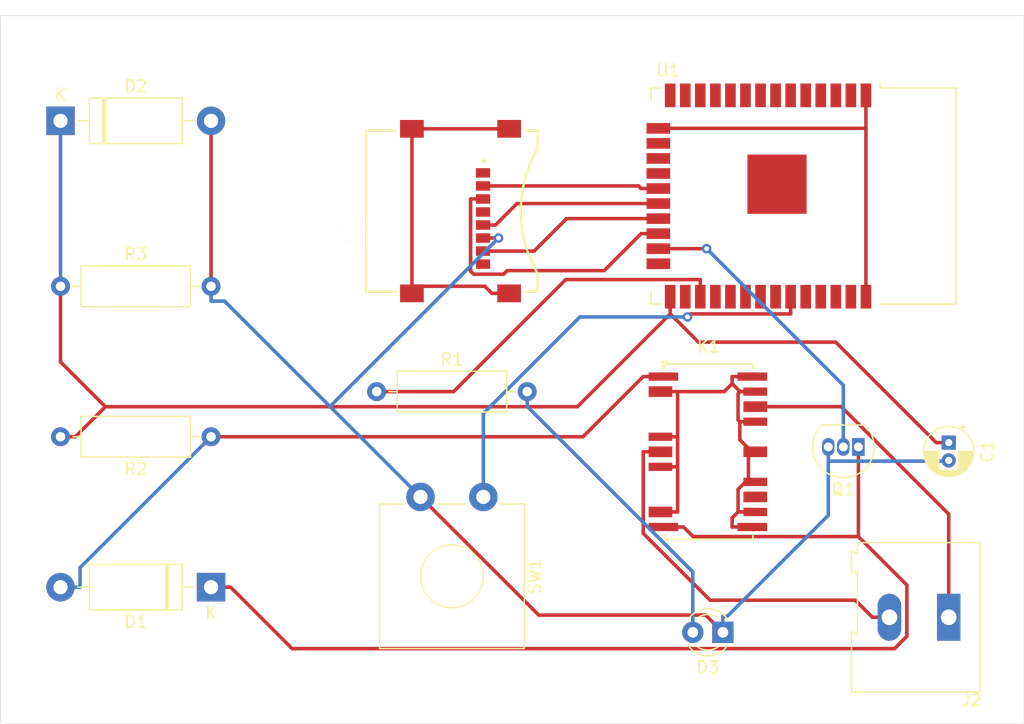
<source format=kicad_pcb>
(kicad_pcb (version 20171130) (host pcbnew "(5.1.4)-1")

  (general
    (thickness 1.6)
    (drawings 5)
    (tracks 138)
    (zones 0)
    (modules 13)
    (nets 49)
  )

  (page A4)
  (layers
    (0 F.Cu signal)
    (31 B.Cu signal)
    (32 B.Adhes user)
    (33 F.Adhes user)
    (34 B.Paste user)
    (35 F.Paste user)
    (36 B.SilkS user)
    (37 F.SilkS user)
    (38 B.Mask user)
    (39 F.Mask user)
    (40 Dwgs.User user)
    (41 Cmts.User user)
    (42 Eco1.User user)
    (43 Eco2.User user)
    (44 Edge.Cuts user)
    (45 Margin user)
    (46 B.CrtYd user)
    (47 F.CrtYd user)
    (48 B.Fab user)
    (49 F.Fab user)
  )

  (setup
    (last_trace_width 0.3)
    (trace_clearance 0.3)
    (zone_clearance 0.508)
    (zone_45_only no)
    (trace_min 0.2)
    (via_size 0.8)
    (via_drill 0.4)
    (via_min_size 0.4)
    (via_min_drill 0.3)
    (uvia_size 0.3)
    (uvia_drill 0.1)
    (uvias_allowed no)
    (uvia_min_size 0.2)
    (uvia_min_drill 0.1)
    (edge_width 0.05)
    (segment_width 0.2)
    (pcb_text_width 0.3)
    (pcb_text_size 1.5 1.5)
    (mod_edge_width 0.12)
    (mod_text_size 1 1)
    (mod_text_width 0.15)
    (pad_size 1.524 1.524)
    (pad_drill 0.762)
    (pad_to_mask_clearance 0.051)
    (solder_mask_min_width 0.25)
    (aux_axis_origin 0 0)
    (visible_elements FFFFFF7F)
    (pcbplotparams
      (layerselection 0x010fc_ffffffff)
      (usegerberextensions false)
      (usegerberattributes false)
      (usegerberadvancedattributes false)
      (creategerberjobfile false)
      (excludeedgelayer true)
      (linewidth 0.100000)
      (plotframeref false)
      (viasonmask false)
      (mode 1)
      (useauxorigin false)
      (hpglpennumber 1)
      (hpglpenspeed 20)
      (hpglpendiameter 15.000000)
      (psnegative false)
      (psa4output false)
      (plotreference true)
      (plotvalue true)
      (plotinvisibletext false)
      (padsonsilk false)
      (subtractmaskfromsilk false)
      (outputformat 1)
      (mirror false)
      (drillshape 1)
      (scaleselection 1)
      (outputdirectory ""))
  )

  (net 0 "")
  (net 1 "Net-(C1-Pad1)")
  (net 2 GND)
  (net 3 +12V)
  (net 4 "Net-(D1-Pad1)")
  (net 5 "Net-(D3-Pad2)")
  (net 6 "Net-(J1-Pad1)")
  (net 7 "Net-(J1-Pad2)")
  (net 8 "Net-(J1-Pad3)")
  (net 9 +3V3)
  (net 10 "Net-(J1-Pad5)")
  (net 11 "Net-(J1-Pad7)")
  (net 12 "Net-(J1-Pad8)")
  (net 13 "Net-(J1-Pad10)")
  (net 14 "Net-(J2-Pad1)")
  (net 15 "Net-(J2-Pad2)")
  (net 16 "Net-(K1-Pad10)")
  (net 17 "Net-(K1-Pad14)")
  (net 18 "Net-(Q1-Pad2)")
  (net 19 "Net-(R1-Pad1)")
  (net 20 /InternallyPulledUp)
  (net 21 "Net-(U1-Pad1)")
  (net 22 "Net-(U1-Pad2)")
  (net 23 "Net-(U1-Pad3)")
  (net 24 "Net-(U1-Pad4)")
  (net 25 "Net-(U1-Pad5)")
  (net 26 "Net-(U1-Pad6)")
  (net 27 "Net-(U1-Pad7)")
  (net 28 "Net-(U1-Pad8)")
  (net 29 "Net-(U1-Pad9)")
  (net 30 "Net-(U1-Pad10)")
  (net 31 "Net-(U1-Pad11)")
  (net 32 "Net-(U1-Pad12)")
  (net 33 "Net-(U1-Pad13)")
  (net 34 "Net-(U1-Pad14)")
  (net 35 "Net-(U1-Pad16)")
  (net 36 "Net-(U1-Pad17)")
  (net 37 "Net-(U1-Pad18)")
  (net 38 "Net-(U1-Pad24)")
  (net 39 "Net-(U1-Pad26)")
  (net 40 "Net-(U1-Pad28)")
  (net 41 "Net-(U1-Pad29)")
  (net 42 "Net-(U1-Pad30)")
  (net 43 "Net-(U1-Pad31)")
  (net 44 "Net-(U1-Pad32)")
  (net 45 "Net-(U1-Pad34)")
  (net 46 "Net-(U1-Pad35)")
  (net 47 "Net-(U1-Pad36)")
  (net 48 "Net-(U1-Pad37)")

  (net_class Default "This is the default net class."
    (clearance 0.3)
    (trace_width 0.3)
    (via_dia 0.8)
    (via_drill 0.4)
    (uvia_dia 0.3)
    (uvia_drill 0.1)
    (add_net +12V)
    (add_net +3V3)
    (add_net /InternallyPulledUp)
    (add_net GND)
    (add_net "Net-(C1-Pad1)")
    (add_net "Net-(D1-Pad1)")
    (add_net "Net-(D3-Pad2)")
    (add_net "Net-(J1-Pad1)")
    (add_net "Net-(J1-Pad10)")
    (add_net "Net-(J1-Pad2)")
    (add_net "Net-(J1-Pad3)")
    (add_net "Net-(J1-Pad5)")
    (add_net "Net-(J1-Pad7)")
    (add_net "Net-(J1-Pad8)")
    (add_net "Net-(J2-Pad1)")
    (add_net "Net-(J2-Pad2)")
    (add_net "Net-(K1-Pad10)")
    (add_net "Net-(K1-Pad14)")
    (add_net "Net-(Q1-Pad2)")
    (add_net "Net-(R1-Pad1)")
    (add_net "Net-(U1-Pad1)")
    (add_net "Net-(U1-Pad10)")
    (add_net "Net-(U1-Pad11)")
    (add_net "Net-(U1-Pad12)")
    (add_net "Net-(U1-Pad13)")
    (add_net "Net-(U1-Pad14)")
    (add_net "Net-(U1-Pad16)")
    (add_net "Net-(U1-Pad17)")
    (add_net "Net-(U1-Pad18)")
    (add_net "Net-(U1-Pad2)")
    (add_net "Net-(U1-Pad24)")
    (add_net "Net-(U1-Pad26)")
    (add_net "Net-(U1-Pad28)")
    (add_net "Net-(U1-Pad29)")
    (add_net "Net-(U1-Pad3)")
    (add_net "Net-(U1-Pad30)")
    (add_net "Net-(U1-Pad31)")
    (add_net "Net-(U1-Pad32)")
    (add_net "Net-(U1-Pad34)")
    (add_net "Net-(U1-Pad35)")
    (add_net "Net-(U1-Pad36)")
    (add_net "Net-(U1-Pad37)")
    (add_net "Net-(U1-Pad4)")
    (add_net "Net-(U1-Pad5)")
    (add_net "Net-(U1-Pad6)")
    (add_net "Net-(U1-Pad7)")
    (add_net "Net-(U1-Pad8)")
    (add_net "Net-(U1-Pad9)")
  )

  (module Capacitor_THT:CP_Radial_D4.0mm_P1.50mm (layer F.Cu) (tedit 5AE50EF0) (tstamp 608C8A97)
    (at 144.78 72.8874 270)
    (descr "CP, Radial series, Radial, pin pitch=1.50mm, , diameter=4mm, Electrolytic Capacitor")
    (tags "CP Radial series Radial pin pitch 1.50mm  diameter 4mm Electrolytic Capacitor")
    (path /608CD062)
    (fp_text reference C1 (at 0.75 -3.25 90) (layer F.SilkS)
      (effects (font (size 1 1) (thickness 0.15)))
    )
    (fp_text value 1nF (at 0.75 3.25 90) (layer F.Fab)
      (effects (font (size 1 1) (thickness 0.15)))
    )
    (fp_circle (center 0.75 0) (end 2.75 0) (layer F.Fab) (width 0.1))
    (fp_circle (center 0.75 0) (end 2.87 0) (layer F.SilkS) (width 0.12))
    (fp_circle (center 0.75 0) (end 3 0) (layer F.CrtYd) (width 0.05))
    (fp_line (start -0.952554 -0.8675) (end -0.552554 -0.8675) (layer F.Fab) (width 0.1))
    (fp_line (start -0.752554 -1.0675) (end -0.752554 -0.6675) (layer F.Fab) (width 0.1))
    (fp_line (start 0.75 0.84) (end 0.75 2.08) (layer F.SilkS) (width 0.12))
    (fp_line (start 0.75 -2.08) (end 0.75 -0.84) (layer F.SilkS) (width 0.12))
    (fp_line (start 0.79 0.84) (end 0.79 2.08) (layer F.SilkS) (width 0.12))
    (fp_line (start 0.79 -2.08) (end 0.79 -0.84) (layer F.SilkS) (width 0.12))
    (fp_line (start 0.83 0.84) (end 0.83 2.079) (layer F.SilkS) (width 0.12))
    (fp_line (start 0.83 -2.079) (end 0.83 -0.84) (layer F.SilkS) (width 0.12))
    (fp_line (start 0.87 -2.077) (end 0.87 -0.84) (layer F.SilkS) (width 0.12))
    (fp_line (start 0.87 0.84) (end 0.87 2.077) (layer F.SilkS) (width 0.12))
    (fp_line (start 0.91 -2.074) (end 0.91 -0.84) (layer F.SilkS) (width 0.12))
    (fp_line (start 0.91 0.84) (end 0.91 2.074) (layer F.SilkS) (width 0.12))
    (fp_line (start 0.95 -2.071) (end 0.95 -0.84) (layer F.SilkS) (width 0.12))
    (fp_line (start 0.95 0.84) (end 0.95 2.071) (layer F.SilkS) (width 0.12))
    (fp_line (start 0.99 -2.067) (end 0.99 -0.84) (layer F.SilkS) (width 0.12))
    (fp_line (start 0.99 0.84) (end 0.99 2.067) (layer F.SilkS) (width 0.12))
    (fp_line (start 1.03 -2.062) (end 1.03 -0.84) (layer F.SilkS) (width 0.12))
    (fp_line (start 1.03 0.84) (end 1.03 2.062) (layer F.SilkS) (width 0.12))
    (fp_line (start 1.07 -2.056) (end 1.07 -0.84) (layer F.SilkS) (width 0.12))
    (fp_line (start 1.07 0.84) (end 1.07 2.056) (layer F.SilkS) (width 0.12))
    (fp_line (start 1.11 -2.05) (end 1.11 -0.84) (layer F.SilkS) (width 0.12))
    (fp_line (start 1.11 0.84) (end 1.11 2.05) (layer F.SilkS) (width 0.12))
    (fp_line (start 1.15 -2.042) (end 1.15 -0.84) (layer F.SilkS) (width 0.12))
    (fp_line (start 1.15 0.84) (end 1.15 2.042) (layer F.SilkS) (width 0.12))
    (fp_line (start 1.19 -2.034) (end 1.19 -0.84) (layer F.SilkS) (width 0.12))
    (fp_line (start 1.19 0.84) (end 1.19 2.034) (layer F.SilkS) (width 0.12))
    (fp_line (start 1.23 -2.025) (end 1.23 -0.84) (layer F.SilkS) (width 0.12))
    (fp_line (start 1.23 0.84) (end 1.23 2.025) (layer F.SilkS) (width 0.12))
    (fp_line (start 1.27 -2.016) (end 1.27 -0.84) (layer F.SilkS) (width 0.12))
    (fp_line (start 1.27 0.84) (end 1.27 2.016) (layer F.SilkS) (width 0.12))
    (fp_line (start 1.31 -2.005) (end 1.31 -0.84) (layer F.SilkS) (width 0.12))
    (fp_line (start 1.31 0.84) (end 1.31 2.005) (layer F.SilkS) (width 0.12))
    (fp_line (start 1.35 -1.994) (end 1.35 -0.84) (layer F.SilkS) (width 0.12))
    (fp_line (start 1.35 0.84) (end 1.35 1.994) (layer F.SilkS) (width 0.12))
    (fp_line (start 1.39 -1.982) (end 1.39 -0.84) (layer F.SilkS) (width 0.12))
    (fp_line (start 1.39 0.84) (end 1.39 1.982) (layer F.SilkS) (width 0.12))
    (fp_line (start 1.43 -1.968) (end 1.43 -0.84) (layer F.SilkS) (width 0.12))
    (fp_line (start 1.43 0.84) (end 1.43 1.968) (layer F.SilkS) (width 0.12))
    (fp_line (start 1.471 -1.954) (end 1.471 -0.84) (layer F.SilkS) (width 0.12))
    (fp_line (start 1.471 0.84) (end 1.471 1.954) (layer F.SilkS) (width 0.12))
    (fp_line (start 1.511 -1.94) (end 1.511 -0.84) (layer F.SilkS) (width 0.12))
    (fp_line (start 1.511 0.84) (end 1.511 1.94) (layer F.SilkS) (width 0.12))
    (fp_line (start 1.551 -1.924) (end 1.551 -0.84) (layer F.SilkS) (width 0.12))
    (fp_line (start 1.551 0.84) (end 1.551 1.924) (layer F.SilkS) (width 0.12))
    (fp_line (start 1.591 -1.907) (end 1.591 -0.84) (layer F.SilkS) (width 0.12))
    (fp_line (start 1.591 0.84) (end 1.591 1.907) (layer F.SilkS) (width 0.12))
    (fp_line (start 1.631 -1.889) (end 1.631 -0.84) (layer F.SilkS) (width 0.12))
    (fp_line (start 1.631 0.84) (end 1.631 1.889) (layer F.SilkS) (width 0.12))
    (fp_line (start 1.671 -1.87) (end 1.671 -0.84) (layer F.SilkS) (width 0.12))
    (fp_line (start 1.671 0.84) (end 1.671 1.87) (layer F.SilkS) (width 0.12))
    (fp_line (start 1.711 -1.851) (end 1.711 -0.84) (layer F.SilkS) (width 0.12))
    (fp_line (start 1.711 0.84) (end 1.711 1.851) (layer F.SilkS) (width 0.12))
    (fp_line (start 1.751 -1.83) (end 1.751 -0.84) (layer F.SilkS) (width 0.12))
    (fp_line (start 1.751 0.84) (end 1.751 1.83) (layer F.SilkS) (width 0.12))
    (fp_line (start 1.791 -1.808) (end 1.791 -0.84) (layer F.SilkS) (width 0.12))
    (fp_line (start 1.791 0.84) (end 1.791 1.808) (layer F.SilkS) (width 0.12))
    (fp_line (start 1.831 -1.785) (end 1.831 -0.84) (layer F.SilkS) (width 0.12))
    (fp_line (start 1.831 0.84) (end 1.831 1.785) (layer F.SilkS) (width 0.12))
    (fp_line (start 1.871 -1.76) (end 1.871 -0.84) (layer F.SilkS) (width 0.12))
    (fp_line (start 1.871 0.84) (end 1.871 1.76) (layer F.SilkS) (width 0.12))
    (fp_line (start 1.911 -1.735) (end 1.911 -0.84) (layer F.SilkS) (width 0.12))
    (fp_line (start 1.911 0.84) (end 1.911 1.735) (layer F.SilkS) (width 0.12))
    (fp_line (start 1.951 -1.708) (end 1.951 -0.84) (layer F.SilkS) (width 0.12))
    (fp_line (start 1.951 0.84) (end 1.951 1.708) (layer F.SilkS) (width 0.12))
    (fp_line (start 1.991 -1.68) (end 1.991 -0.84) (layer F.SilkS) (width 0.12))
    (fp_line (start 1.991 0.84) (end 1.991 1.68) (layer F.SilkS) (width 0.12))
    (fp_line (start 2.031 -1.65) (end 2.031 -0.84) (layer F.SilkS) (width 0.12))
    (fp_line (start 2.031 0.84) (end 2.031 1.65) (layer F.SilkS) (width 0.12))
    (fp_line (start 2.071 -1.619) (end 2.071 -0.84) (layer F.SilkS) (width 0.12))
    (fp_line (start 2.071 0.84) (end 2.071 1.619) (layer F.SilkS) (width 0.12))
    (fp_line (start 2.111 -1.587) (end 2.111 -0.84) (layer F.SilkS) (width 0.12))
    (fp_line (start 2.111 0.84) (end 2.111 1.587) (layer F.SilkS) (width 0.12))
    (fp_line (start 2.151 -1.552) (end 2.151 -0.84) (layer F.SilkS) (width 0.12))
    (fp_line (start 2.151 0.84) (end 2.151 1.552) (layer F.SilkS) (width 0.12))
    (fp_line (start 2.191 -1.516) (end 2.191 -0.84) (layer F.SilkS) (width 0.12))
    (fp_line (start 2.191 0.84) (end 2.191 1.516) (layer F.SilkS) (width 0.12))
    (fp_line (start 2.231 -1.478) (end 2.231 -0.84) (layer F.SilkS) (width 0.12))
    (fp_line (start 2.231 0.84) (end 2.231 1.478) (layer F.SilkS) (width 0.12))
    (fp_line (start 2.271 -1.438) (end 2.271 -0.84) (layer F.SilkS) (width 0.12))
    (fp_line (start 2.271 0.84) (end 2.271 1.438) (layer F.SilkS) (width 0.12))
    (fp_line (start 2.311 -1.396) (end 2.311 -0.84) (layer F.SilkS) (width 0.12))
    (fp_line (start 2.311 0.84) (end 2.311 1.396) (layer F.SilkS) (width 0.12))
    (fp_line (start 2.351 -1.351) (end 2.351 1.351) (layer F.SilkS) (width 0.12))
    (fp_line (start 2.391 -1.304) (end 2.391 1.304) (layer F.SilkS) (width 0.12))
    (fp_line (start 2.431 -1.254) (end 2.431 1.254) (layer F.SilkS) (width 0.12))
    (fp_line (start 2.471 -1.2) (end 2.471 1.2) (layer F.SilkS) (width 0.12))
    (fp_line (start 2.511 -1.142) (end 2.511 1.142) (layer F.SilkS) (width 0.12))
    (fp_line (start 2.551 -1.08) (end 2.551 1.08) (layer F.SilkS) (width 0.12))
    (fp_line (start 2.591 -1.013) (end 2.591 1.013) (layer F.SilkS) (width 0.12))
    (fp_line (start 2.631 -0.94) (end 2.631 0.94) (layer F.SilkS) (width 0.12))
    (fp_line (start 2.671 -0.859) (end 2.671 0.859) (layer F.SilkS) (width 0.12))
    (fp_line (start 2.711 -0.768) (end 2.711 0.768) (layer F.SilkS) (width 0.12))
    (fp_line (start 2.751 -0.664) (end 2.751 0.664) (layer F.SilkS) (width 0.12))
    (fp_line (start 2.791 -0.537) (end 2.791 0.537) (layer F.SilkS) (width 0.12))
    (fp_line (start 2.831 -0.37) (end 2.831 0.37) (layer F.SilkS) (width 0.12))
    (fp_line (start -1.519801 -1.195) (end -1.119801 -1.195) (layer F.SilkS) (width 0.12))
    (fp_line (start -1.319801 -1.395) (end -1.319801 -0.995) (layer F.SilkS) (width 0.12))
    (fp_text user %R (at 0.75 0 90) (layer F.Fab)
      (effects (font (size 0.8 0.8) (thickness 0.12)))
    )
    (pad 1 thru_hole rect (at 0 0 270) (size 1.2 1.2) (drill 0.6) (layers *.Cu *.Mask)
      (net 1 "Net-(C1-Pad1)"))
    (pad 2 thru_hole circle (at 1.5 0 270) (size 1.2 1.2) (drill 0.6) (layers *.Cu *.Mask)
      (net 2 GND))
    (model ${KISYS3DMOD}/Capacitor_THT.3dshapes/CP_Radial_D4.0mm_P1.50mm.wrl
      (at (xyz 0 0 0))
      (scale (xyz 1 1 1))
      (rotate (xyz 0 0 0))
    )
  )

  (module Diode_THT:D_DO-15_P12.70mm_Horizontal (layer F.Cu) (tedit 5AE50CD5) (tstamp 608C8AB6)
    (at 82.55 85.09 180)
    (descr "Diode, DO-15 series, Axial, Horizontal, pin pitch=12.7mm, , length*diameter=7.6*3.6mm^2, , http://www.diodes.com/_files/packages/DO-15.pdf")
    (tags "Diode DO-15 series Axial Horizontal pin pitch 12.7mm  length 7.6mm diameter 3.6mm")
    (path /608EA00E)
    (fp_text reference D1 (at 6.35 -2.92) (layer F.SilkS)
      (effects (font (size 1 1) (thickness 0.15)))
    )
    (fp_text value DIODE (at 6.35 2.92) (layer F.Fab)
      (effects (font (size 1 1) (thickness 0.15)))
    )
    (fp_text user K (at 0 -2.2) (layer F.SilkS)
      (effects (font (size 1 1) (thickness 0.15)))
    )
    (fp_text user K (at 0 -2.2) (layer F.Fab)
      (effects (font (size 1 1) (thickness 0.15)))
    )
    (fp_text user %R (at 6.92 0) (layer F.Fab)
      (effects (font (size 1 1) (thickness 0.15)))
    )
    (fp_line (start 14.15 -2.05) (end -1.45 -2.05) (layer F.CrtYd) (width 0.05))
    (fp_line (start 14.15 2.05) (end 14.15 -2.05) (layer F.CrtYd) (width 0.05))
    (fp_line (start -1.45 2.05) (end 14.15 2.05) (layer F.CrtYd) (width 0.05))
    (fp_line (start -1.45 -2.05) (end -1.45 2.05) (layer F.CrtYd) (width 0.05))
    (fp_line (start 3.57 -1.92) (end 3.57 1.92) (layer F.SilkS) (width 0.12))
    (fp_line (start 3.81 -1.92) (end 3.81 1.92) (layer F.SilkS) (width 0.12))
    (fp_line (start 3.69 -1.92) (end 3.69 1.92) (layer F.SilkS) (width 0.12))
    (fp_line (start 11.26 0) (end 10.27 0) (layer F.SilkS) (width 0.12))
    (fp_line (start 1.44 0) (end 2.43 0) (layer F.SilkS) (width 0.12))
    (fp_line (start 10.27 -1.92) (end 2.43 -1.92) (layer F.SilkS) (width 0.12))
    (fp_line (start 10.27 1.92) (end 10.27 -1.92) (layer F.SilkS) (width 0.12))
    (fp_line (start 2.43 1.92) (end 10.27 1.92) (layer F.SilkS) (width 0.12))
    (fp_line (start 2.43 -1.92) (end 2.43 1.92) (layer F.SilkS) (width 0.12))
    (fp_line (start 3.59 -1.8) (end 3.59 1.8) (layer F.Fab) (width 0.1))
    (fp_line (start 3.79 -1.8) (end 3.79 1.8) (layer F.Fab) (width 0.1))
    (fp_line (start 3.69 -1.8) (end 3.69 1.8) (layer F.Fab) (width 0.1))
    (fp_line (start 12.7 0) (end 10.15 0) (layer F.Fab) (width 0.1))
    (fp_line (start 0 0) (end 2.55 0) (layer F.Fab) (width 0.1))
    (fp_line (start 10.15 -1.8) (end 2.55 -1.8) (layer F.Fab) (width 0.1))
    (fp_line (start 10.15 1.8) (end 10.15 -1.8) (layer F.Fab) (width 0.1))
    (fp_line (start 2.55 1.8) (end 10.15 1.8) (layer F.Fab) (width 0.1))
    (fp_line (start 2.55 -1.8) (end 2.55 1.8) (layer F.Fab) (width 0.1))
    (pad 2 thru_hole oval (at 12.7 0 180) (size 2.4 2.4) (drill 1.2) (layers *.Cu *.Mask)
      (net 3 +12V))
    (pad 1 thru_hole rect (at 0 0 180) (size 2.4 2.4) (drill 1.2) (layers *.Cu *.Mask)
      (net 4 "Net-(D1-Pad1)"))
    (model ${KISYS3DMOD}/Diode_THT.3dshapes/D_DO-15_P12.70mm_Horizontal.wrl
      (at (xyz 0 0 0))
      (scale (xyz 1 1 1))
      (rotate (xyz 0 0 0))
    )
  )

  (module Diode_THT:D_DO-15_P12.70mm_Horizontal (layer F.Cu) (tedit 5AE50CD5) (tstamp 608C8AD5)
    (at 69.85 45.72)
    (descr "Diode, DO-15 series, Axial, Horizontal, pin pitch=12.7mm, , length*diameter=7.6*3.6mm^2, , http://www.diodes.com/_files/packages/DO-15.pdf")
    (tags "Diode DO-15 series Axial Horizontal pin pitch 12.7mm  length 7.6mm diameter 3.6mm")
    (path /608CB4D2)
    (fp_text reference D2 (at 6.35 -2.92) (layer F.SilkS)
      (effects (font (size 1 1) (thickness 0.15)))
    )
    (fp_text value 1N4723A (at 6.35 2.92) (layer F.Fab)
      (effects (font (size 1 1) (thickness 0.15)))
    )
    (fp_line (start 2.55 -1.8) (end 2.55 1.8) (layer F.Fab) (width 0.1))
    (fp_line (start 2.55 1.8) (end 10.15 1.8) (layer F.Fab) (width 0.1))
    (fp_line (start 10.15 1.8) (end 10.15 -1.8) (layer F.Fab) (width 0.1))
    (fp_line (start 10.15 -1.8) (end 2.55 -1.8) (layer F.Fab) (width 0.1))
    (fp_line (start 0 0) (end 2.55 0) (layer F.Fab) (width 0.1))
    (fp_line (start 12.7 0) (end 10.15 0) (layer F.Fab) (width 0.1))
    (fp_line (start 3.69 -1.8) (end 3.69 1.8) (layer F.Fab) (width 0.1))
    (fp_line (start 3.79 -1.8) (end 3.79 1.8) (layer F.Fab) (width 0.1))
    (fp_line (start 3.59 -1.8) (end 3.59 1.8) (layer F.Fab) (width 0.1))
    (fp_line (start 2.43 -1.92) (end 2.43 1.92) (layer F.SilkS) (width 0.12))
    (fp_line (start 2.43 1.92) (end 10.27 1.92) (layer F.SilkS) (width 0.12))
    (fp_line (start 10.27 1.92) (end 10.27 -1.92) (layer F.SilkS) (width 0.12))
    (fp_line (start 10.27 -1.92) (end 2.43 -1.92) (layer F.SilkS) (width 0.12))
    (fp_line (start 1.44 0) (end 2.43 0) (layer F.SilkS) (width 0.12))
    (fp_line (start 11.26 0) (end 10.27 0) (layer F.SilkS) (width 0.12))
    (fp_line (start 3.69 -1.92) (end 3.69 1.92) (layer F.SilkS) (width 0.12))
    (fp_line (start 3.81 -1.92) (end 3.81 1.92) (layer F.SilkS) (width 0.12))
    (fp_line (start 3.57 -1.92) (end 3.57 1.92) (layer F.SilkS) (width 0.12))
    (fp_line (start -1.45 -2.05) (end -1.45 2.05) (layer F.CrtYd) (width 0.05))
    (fp_line (start -1.45 2.05) (end 14.15 2.05) (layer F.CrtYd) (width 0.05))
    (fp_line (start 14.15 2.05) (end 14.15 -2.05) (layer F.CrtYd) (width 0.05))
    (fp_line (start 14.15 -2.05) (end -1.45 -2.05) (layer F.CrtYd) (width 0.05))
    (fp_text user %R (at 6.92 0) (layer F.Fab)
      (effects (font (size 1 1) (thickness 0.15)))
    )
    (fp_text user K (at 0 -2.2) (layer F.Fab)
      (effects (font (size 1 1) (thickness 0.15)))
    )
    (fp_text user K (at 0 -2.2) (layer F.SilkS)
      (effects (font (size 1 1) (thickness 0.15)))
    )
    (pad 1 thru_hole rect (at 0 0) (size 2.4 2.4) (drill 1.2) (layers *.Cu *.Mask)
      (net 1 "Net-(C1-Pad1)"))
    (pad 2 thru_hole oval (at 12.7 0) (size 2.4 2.4) (drill 1.2) (layers *.Cu *.Mask)
      (net 2 GND))
    (model ${KISYS3DMOD}/Diode_THT.3dshapes/D_DO-15_P12.70mm_Horizontal.wrl
      (at (xyz 0 0 0))
      (scale (xyz 1 1 1))
      (rotate (xyz 0 0 0))
    )
  )

  (module LED_THT:LED_D3.0mm (layer F.Cu) (tedit 587A3A7B) (tstamp 608C8AE8)
    (at 125.73 88.9 180)
    (descr "LED, diameter 3.0mm, 2 pins")
    (tags "LED diameter 3.0mm 2 pins")
    (path /608BC207)
    (fp_text reference D3 (at 1.27 -2.96) (layer F.SilkS)
      (effects (font (size 1 1) (thickness 0.15)))
    )
    (fp_text value LED (at 1.27 2.96) (layer F.Fab)
      (effects (font (size 1 1) (thickness 0.15)))
    )
    (fp_arc (start 1.27 0) (end -0.23 -1.16619) (angle 284.3) (layer F.Fab) (width 0.1))
    (fp_arc (start 1.27 0) (end -0.29 -1.235516) (angle 108.8) (layer F.SilkS) (width 0.12))
    (fp_arc (start 1.27 0) (end -0.29 1.235516) (angle -108.8) (layer F.SilkS) (width 0.12))
    (fp_arc (start 1.27 0) (end 0.229039 -1.08) (angle 87.9) (layer F.SilkS) (width 0.12))
    (fp_arc (start 1.27 0) (end 0.229039 1.08) (angle -87.9) (layer F.SilkS) (width 0.12))
    (fp_circle (center 1.27 0) (end 2.77 0) (layer F.Fab) (width 0.1))
    (fp_line (start -0.23 -1.16619) (end -0.23 1.16619) (layer F.Fab) (width 0.1))
    (fp_line (start -0.29 -1.236) (end -0.29 -1.08) (layer F.SilkS) (width 0.12))
    (fp_line (start -0.29 1.08) (end -0.29 1.236) (layer F.SilkS) (width 0.12))
    (fp_line (start -1.15 -2.25) (end -1.15 2.25) (layer F.CrtYd) (width 0.05))
    (fp_line (start -1.15 2.25) (end 3.7 2.25) (layer F.CrtYd) (width 0.05))
    (fp_line (start 3.7 2.25) (end 3.7 -2.25) (layer F.CrtYd) (width 0.05))
    (fp_line (start 3.7 -2.25) (end -1.15 -2.25) (layer F.CrtYd) (width 0.05))
    (pad 1 thru_hole rect (at 0 0 180) (size 1.8 1.8) (drill 0.9) (layers *.Cu *.Mask)
      (net 2 GND))
    (pad 2 thru_hole circle (at 2.54 0 180) (size 1.8 1.8) (drill 0.9) (layers *.Cu *.Mask)
      (net 5 "Net-(D3-Pad2)"))
    (model ${KISYS3DMOD}/LED_THT.3dshapes/LED_D3.0mm.wrl
      (at (xyz 0 0 0))
      (scale (xyz 1 1 1))
      (rotate (xyz 0 0 0))
    )
  )

  (module MEM2067-02-180-00-A_REVB:GCT_MEM2067-02-180-00-A_REVB (layer F.Cu) (tedit 608BD491) (tstamp 608C8B2E)
    (at 102.87 53.34 90)
    (path /60901F40)
    (fp_text reference J1 (at -2.02289 -8.47815 90) (layer F.SilkS)
      (effects (font (size 1.602299 1.602299) (thickness 0.015)))
    )
    (fp_text value MEM2067-02-180-00-A_REVB (at -1.27 -10.16 90) (layer F.Fab)
      (effects (font (size 1.602299 1.602299) (thickness 0.015)))
    )
    (fp_circle (center 4.2 2.7) (end 4.3 2.7) (layer F.SilkS) (width 0.2))
    (fp_line (start 6.8 5.4) (end 7.3 5.4) (layer F.Fab) (width 0.1))
    (fp_line (start -7.3 -3.97) (end -6.8 -3.97) (layer F.Fab) (width 0.1))
    (fp_line (start -7.3 -2.77) (end -7.3 -3.97) (layer F.Fab) (width 0.1))
    (fp_line (start 7.3 5.4) (end 7.3 4.2) (layer F.Fab) (width 0.1))
    (fp_line (start 6.8 4.2) (end 7.3 4.2) (layer F.Fab) (width 0.1))
    (fp_line (start -7.3 -2.77) (end -6.8 -2.77) (layer F.Fab) (width 0.1))
    (fp_line (start -6.8 7.225) (end -6.8 5.4) (layer F.Fab) (width 0.1))
    (fp_line (start -6.8 5.4) (end -6.8 4.2) (layer F.Fab) (width 0.1))
    (fp_line (start -6.8 4.2) (end -6.8 -7.225) (layer F.Fab) (width 0.1))
    (fp_line (start 6.8 -2.77) (end 7.3 -2.77) (layer F.Fab) (width 0.1))
    (fp_line (start -7.3 4.2) (end -6.8 4.2) (layer F.Fab) (width 0.1))
    (fp_line (start -7.3 5.4) (end -7.3 4.2) (layer F.Fab) (width 0.1))
    (fp_line (start 7.3 -2.77) (end 7.3 -3.97) (layer F.Fab) (width 0.1))
    (fp_line (start 6.8 -3.97) (end 7.3 -3.97) (layer F.Fab) (width 0.1))
    (fp_line (start -7.3 5.4) (end -6.8 5.4) (layer F.Fab) (width 0.1))
    (fp_line (start 6.8 7.225) (end 6.8 5.4) (layer F.Fab) (width 0.1))
    (fp_line (start 6.8 5.4) (end 6.8 4.2) (layer F.Fab) (width 0.1))
    (fp_line (start 6.8 4.2) (end 6.8 -2.77) (layer F.Fab) (width 0.1))
    (fp_line (start 6.8 -2.77) (end 6.8 -3.97) (layer F.Fab) (width 0.1))
    (fp_line (start 6.8 -3.97) (end 6.8 -7.225) (layer F.Fab) (width 0.1))
    (fp_line (start -6.8 -7.225) (end 6.8 -7.225) (layer F.Fab) (width 0.1))
    (fp_line (start -6.8 7.225) (end 6.8 7.225) (layer F.Fab) (width 0.1))
    (fp_line (start -7.9502 -4.5974) (end -7.0612 -4.5974) (layer F.CrtYd) (width 0.05))
    (fp_line (start -7.9502 -2.1082) (end -7.9502 -4.5974) (layer F.CrtYd) (width 0.05))
    (fp_line (start 7.9502 6.096) (end 7.9502 3.5052) (layer F.CrtYd) (width 0.05))
    (fp_line (start 7.0612 3.5052) (end 7.9502 3.5052) (layer F.CrtYd) (width 0.05))
    (fp_line (start -7.0612 -4.5974) (end -7.0612 -7.4676) (layer F.CrtYd) (width 0.05))
    (fp_line (start -7.9502 -2.1082) (end -7.0612 -2.1082) (layer F.CrtYd) (width 0.05))
    (fp_line (start -7.0612 3.5052) (end -7.0612 -2.1082) (layer F.CrtYd) (width 0.05))
    (fp_line (start 0 0.5) (end 0 -0.5) (layer F.Fab) (width 0.1))
    (fp_line (start -0.5 0) (end 0.5 0) (layer F.Fab) (width 0.1))
    (fp_line (start 7.0612 7.4676) (end 7.0612 6.096) (layer F.CrtYd) (width 0.05))
    (fp_line (start 7.0612 3.5052) (end 7.0612 -2.1082) (layer F.CrtYd) (width 0.05))
    (fp_line (start 7.0612 -2.1082) (end 7.9502 -2.1082) (layer F.CrtYd) (width 0.05))
    (fp_line (start -7.9502 3.5052) (end -7.0612 3.5052) (layer F.CrtYd) (width 0.05))
    (fp_line (start -7.9502 6.096) (end -7.9502 3.5052) (layer F.CrtYd) (width 0.05))
    (fp_line (start 7.9502 -2.1082) (end 7.9502 -4.5974) (layer F.CrtYd) (width 0.05))
    (fp_line (start 7.0612 -4.5974) (end 7.9502 -4.5974) (layer F.CrtYd) (width 0.05))
    (fp_line (start -7.9502 6.096) (end -7.0612 6.096) (layer F.CrtYd) (width 0.05))
    (fp_line (start -7.0612 7.4676) (end -7.0612 6.096) (layer F.CrtYd) (width 0.05))
    (fp_line (start -7.0612 -7.4676) (end 7.0612 -7.4676) (layer F.CrtYd) (width 0.05))
    (fp_line (start 7.0612 -4.5974) (end 7.0612 -7.4676) (layer F.CrtYd) (width 0.05))
    (fp_line (start 7.0612 6.096) (end 7.9502 6.096) (layer F.CrtYd) (width 0.05))
    (fp_line (start -7.0612 7.4676) (end 7.0612 7.4676) (layer F.CrtYd) (width 0.05))
    (fp_arc (start 0 16.263537) (end -5.25 7.225) (angle 60.3) (layer F.SilkS) (width 0.2))
    (fp_line (start 6.8 7.225) (end 6.8 6.275) (layer F.SilkS) (width 0.2))
    (fp_line (start -6.8 -4.725) (end -6.8 -7.225) (layer F.SilkS) (width 0.2))
    (fp_line (start -6.8 7.225) (end -5.25 7.225) (layer F.SilkS) (width 0.2))
    (fp_line (start -6.8 7.225) (end -6.8 6.275) (layer F.SilkS) (width 0.2))
    (fp_line (start -6.8 -7.225) (end 6.8 -7.225) (layer F.SilkS) (width 0.2))
    (fp_line (start 5.25 7.225) (end 6.8 7.225) (layer F.SilkS) (width 0.2))
    (fp_line (start 6.8 -4.725) (end 6.8 -7.225) (layer F.SilkS) (width 0.2))
    (fp_poly (pts (xy -5.1547 -5.825) (xy 3.85 -5.825) (xy 3.85 -3.02776) (xy -5.1547 -3.02776)) (layer Dwgs.User) (width 0.01))
    (pad 1 smd rect (at 3.225 2.625 90) (size 0.8 1.2) (layers F.Cu F.Paste F.Mask)
      (net 6 "Net-(J1-Pad1)"))
    (pad 2 smd rect (at 2.125 2.625 90) (size 0.8 1.2) (layers F.Cu F.Paste F.Mask)
      (net 7 "Net-(J1-Pad2)"))
    (pad 3 smd rect (at 1.025 2.625 90) (size 0.8 1.2) (layers F.Cu F.Paste F.Mask)
      (net 8 "Net-(J1-Pad3)"))
    (pad 4 smd rect (at -0.075 2.625 90) (size 0.8 1.2) (layers F.Cu F.Paste F.Mask)
      (net 9 +3V3))
    (pad 5 smd rect (at -1.175 2.625 90) (size 0.8 1.2) (layers F.Cu F.Paste F.Mask)
      (net 10 "Net-(J1-Pad5)"))
    (pad 6 smd rect (at -2.275 2.625 90) (size 0.8 1.2) (layers F.Cu F.Paste F.Mask)
      (net 2 GND))
    (pad 7 smd rect (at -3.375 2.625 90) (size 0.8 1.2) (layers F.Cu F.Paste F.Mask)
      (net 11 "Net-(J1-Pad7)"))
    (pad 8 smd rect (at -4.475 2.625 90) (size 0.8 1.2) (layers F.Cu F.Paste F.Mask)
      (net 12 "Net-(J1-Pad8)"))
    (pad 9 smd rect (at -6.945 4.825 90) (size 1.5 2) (layers F.Cu F.Paste F.Mask)
      (net 13 "Net-(J1-Pad10)"))
    (pad 10 smd rect (at -6.945 -3.375 90) (size 1.5 2) (layers F.Cu F.Paste F.Mask)
      (net 13 "Net-(J1-Pad10)"))
    (pad 11 smd rect (at 6.945 -3.375 90) (size 1.5 2) (layers F.Cu F.Paste F.Mask)
      (net 13 "Net-(J1-Pad10)"))
    (pad 12 smd rect (at 6.945 4.825 90) (size 1.5 2) (layers F.Cu F.Paste F.Mask)
      (net 13 "Net-(J1-Pad10)"))
  )

  (module TerminalBlock:TerminalBlock_Altech_AK300-2_P5.00mm (layer F.Cu) (tedit 59FF0306) (tstamp 608C8B95)
    (at 144.78 87.63 180)
    (descr "Altech AK300 terminal block, pitch 5.0mm, 45 degree angled, see http://www.mouser.com/ds/2/16/PCBMETRC-24178.pdf")
    (tags "Altech AK300 terminal block pitch 5.0mm")
    (path /608EFC0F)
    (fp_text reference J2 (at -1.92 -6.99) (layer F.SilkS)
      (effects (font (size 1 1) (thickness 0.15)))
    )
    (fp_text value Screw_Terminal_01x02 (at 2.78 7.75) (layer F.Fab)
      (effects (font (size 1 1) (thickness 0.15)))
    )
    (fp_text user %R (at 2.5 -2) (layer F.Fab)
      (effects (font (size 1 1) (thickness 0.15)))
    )
    (fp_line (start -2.65 -6.3) (end -2.65 6.3) (layer F.SilkS) (width 0.12))
    (fp_line (start -2.65 6.3) (end 7.7 6.3) (layer F.SilkS) (width 0.12))
    (fp_line (start 7.7 6.3) (end 7.7 5.35) (layer F.SilkS) (width 0.12))
    (fp_line (start 7.7 5.35) (end 8.2 5.6) (layer F.SilkS) (width 0.12))
    (fp_line (start 8.2 5.6) (end 8.2 3.7) (layer F.SilkS) (width 0.12))
    (fp_line (start 8.2 3.7) (end 8.2 3.65) (layer F.SilkS) (width 0.12))
    (fp_line (start 8.2 3.65) (end 7.7 3.9) (layer F.SilkS) (width 0.12))
    (fp_line (start 7.7 3.9) (end 7.7 -1.5) (layer F.SilkS) (width 0.12))
    (fp_line (start 7.7 -1.5) (end 8.2 -1.2) (layer F.SilkS) (width 0.12))
    (fp_line (start 8.2 -1.2) (end 8.2 -6.3) (layer F.SilkS) (width 0.12))
    (fp_line (start 8.2 -6.3) (end -2.65 -6.3) (layer F.SilkS) (width 0.12))
    (fp_line (start -1.26 2.54) (end 1.28 2.54) (layer F.Fab) (width 0.1))
    (fp_line (start 1.28 2.54) (end 1.28 -0.25) (layer F.Fab) (width 0.1))
    (fp_line (start -1.26 -0.25) (end 1.28 -0.25) (layer F.Fab) (width 0.1))
    (fp_line (start -1.26 2.54) (end -1.26 -0.25) (layer F.Fab) (width 0.1))
    (fp_line (start 3.74 2.54) (end 6.28 2.54) (layer F.Fab) (width 0.1))
    (fp_line (start 6.28 2.54) (end 6.28 -0.25) (layer F.Fab) (width 0.1))
    (fp_line (start 3.74 -0.25) (end 6.28 -0.25) (layer F.Fab) (width 0.1))
    (fp_line (start 3.74 2.54) (end 3.74 -0.25) (layer F.Fab) (width 0.1))
    (fp_line (start 7.61 -6.22) (end 7.61 -3.17) (layer F.Fab) (width 0.1))
    (fp_line (start 7.61 -6.22) (end -2.58 -6.22) (layer F.Fab) (width 0.1))
    (fp_line (start 7.61 -6.22) (end 8.11 -6.22) (layer F.Fab) (width 0.1))
    (fp_line (start 8.11 -6.22) (end 8.11 -1.4) (layer F.Fab) (width 0.1))
    (fp_line (start 8.11 -1.4) (end 7.61 -1.65) (layer F.Fab) (width 0.1))
    (fp_line (start 8.11 5.46) (end 7.61 5.21) (layer F.Fab) (width 0.1))
    (fp_line (start 7.61 5.21) (end 7.61 6.22) (layer F.Fab) (width 0.1))
    (fp_line (start 8.11 3.81) (end 7.61 4.06) (layer F.Fab) (width 0.1))
    (fp_line (start 7.61 4.06) (end 7.61 5.21) (layer F.Fab) (width 0.1))
    (fp_line (start 8.11 3.81) (end 8.11 5.46) (layer F.Fab) (width 0.1))
    (fp_line (start 2.98 6.22) (end 2.98 4.32) (layer F.Fab) (width 0.1))
    (fp_line (start 7.05 -0.25) (end 7.05 4.32) (layer F.Fab) (width 0.1))
    (fp_line (start 2.98 6.22) (end 7.05 6.22) (layer F.Fab) (width 0.1))
    (fp_line (start 7.05 6.22) (end 7.61 6.22) (layer F.Fab) (width 0.1))
    (fp_line (start 2.04 6.22) (end 2.04 4.32) (layer F.Fab) (width 0.1))
    (fp_line (start 2.04 6.22) (end 2.98 6.22) (layer F.Fab) (width 0.1))
    (fp_line (start -2.02 -0.25) (end -2.02 4.32) (layer F.Fab) (width 0.1))
    (fp_line (start -2.58 6.22) (end -2.02 6.22) (layer F.Fab) (width 0.1))
    (fp_line (start -2.02 6.22) (end 2.04 6.22) (layer F.Fab) (width 0.1))
    (fp_line (start 2.98 4.32) (end 7.05 4.32) (layer F.Fab) (width 0.1))
    (fp_line (start 2.98 4.32) (end 2.98 -0.25) (layer F.Fab) (width 0.1))
    (fp_line (start 7.05 4.32) (end 7.05 6.22) (layer F.Fab) (width 0.1))
    (fp_line (start 2.04 4.32) (end -2.02 4.32) (layer F.Fab) (width 0.1))
    (fp_line (start 2.04 4.32) (end 2.04 -0.25) (layer F.Fab) (width 0.1))
    (fp_line (start -2.02 4.32) (end -2.02 6.22) (layer F.Fab) (width 0.1))
    (fp_line (start 6.67 3.68) (end 6.67 0.51) (layer F.Fab) (width 0.1))
    (fp_line (start 6.67 3.68) (end 3.36 3.68) (layer F.Fab) (width 0.1))
    (fp_line (start 3.36 3.68) (end 3.36 0.51) (layer F.Fab) (width 0.1))
    (fp_line (start 1.66 3.68) (end 1.66 0.51) (layer F.Fab) (width 0.1))
    (fp_line (start 1.66 3.68) (end -1.64 3.68) (layer F.Fab) (width 0.1))
    (fp_line (start -1.64 3.68) (end -1.64 0.51) (layer F.Fab) (width 0.1))
    (fp_line (start -1.64 0.51) (end -1.26 0.51) (layer F.Fab) (width 0.1))
    (fp_line (start 1.66 0.51) (end 1.28 0.51) (layer F.Fab) (width 0.1))
    (fp_line (start 3.36 0.51) (end 3.74 0.51) (layer F.Fab) (width 0.1))
    (fp_line (start 6.67 0.51) (end 6.28 0.51) (layer F.Fab) (width 0.1))
    (fp_line (start -2.58 6.22) (end -2.58 -0.64) (layer F.Fab) (width 0.1))
    (fp_line (start -2.58 -0.64) (end -2.58 -3.17) (layer F.Fab) (width 0.1))
    (fp_line (start 7.61 -1.65) (end 7.61 -0.64) (layer F.Fab) (width 0.1))
    (fp_line (start 7.61 -0.64) (end 7.61 4.06) (layer F.Fab) (width 0.1))
    (fp_line (start -2.58 -3.17) (end 7.61 -3.17) (layer F.Fab) (width 0.1))
    (fp_line (start -2.58 -3.17) (end -2.58 -6.22) (layer F.Fab) (width 0.1))
    (fp_line (start 7.61 -3.17) (end 7.61 -1.65) (layer F.Fab) (width 0.1))
    (fp_line (start 2.98 -3.43) (end 2.98 -5.97) (layer F.Fab) (width 0.1))
    (fp_line (start 2.98 -5.97) (end 7.05 -5.97) (layer F.Fab) (width 0.1))
    (fp_line (start 7.05 -5.97) (end 7.05 -3.43) (layer F.Fab) (width 0.1))
    (fp_line (start 7.05 -3.43) (end 2.98 -3.43) (layer F.Fab) (width 0.1))
    (fp_line (start 2.04 -3.43) (end 2.04 -5.97) (layer F.Fab) (width 0.1))
    (fp_line (start 2.04 -3.43) (end -2.02 -3.43) (layer F.Fab) (width 0.1))
    (fp_line (start -2.02 -3.43) (end -2.02 -5.97) (layer F.Fab) (width 0.1))
    (fp_line (start 2.04 -5.97) (end -2.02 -5.97) (layer F.Fab) (width 0.1))
    (fp_line (start 3.39 -4.45) (end 6.44 -5.08) (layer F.Fab) (width 0.1))
    (fp_line (start 3.52 -4.32) (end 6.56 -4.95) (layer F.Fab) (width 0.1))
    (fp_line (start -1.62 -4.45) (end 1.44 -5.08) (layer F.Fab) (width 0.1))
    (fp_line (start -1.49 -4.32) (end 1.56 -4.95) (layer F.Fab) (width 0.1))
    (fp_line (start -2.02 -0.25) (end -1.64 -0.25) (layer F.Fab) (width 0.1))
    (fp_line (start 2.04 -0.25) (end 1.66 -0.25) (layer F.Fab) (width 0.1))
    (fp_line (start 1.66 -0.25) (end -1.64 -0.25) (layer F.Fab) (width 0.1))
    (fp_line (start -2.58 -0.64) (end -1.64 -0.64) (layer F.Fab) (width 0.1))
    (fp_line (start -1.64 -0.64) (end 1.66 -0.64) (layer F.Fab) (width 0.1))
    (fp_line (start 1.66 -0.64) (end 3.36 -0.64) (layer F.Fab) (width 0.1))
    (fp_line (start 7.61 -0.64) (end 6.67 -0.64) (layer F.Fab) (width 0.1))
    (fp_line (start 6.67 -0.64) (end 3.36 -0.64) (layer F.Fab) (width 0.1))
    (fp_line (start 7.05 -0.25) (end 6.67 -0.25) (layer F.Fab) (width 0.1))
    (fp_line (start 2.98 -0.25) (end 3.36 -0.25) (layer F.Fab) (width 0.1))
    (fp_line (start 3.36 -0.25) (end 6.67 -0.25) (layer F.Fab) (width 0.1))
    (fp_line (start -2.83 -6.47) (end 8.36 -6.47) (layer F.CrtYd) (width 0.05))
    (fp_line (start -2.83 -6.47) (end -2.83 6.47) (layer F.CrtYd) (width 0.05))
    (fp_line (start 8.36 6.47) (end 8.36 -6.47) (layer F.CrtYd) (width 0.05))
    (fp_line (start 8.36 6.47) (end -2.83 6.47) (layer F.CrtYd) (width 0.05))
    (fp_arc (start 6.03 -4.59) (end 6.54 -5.05) (angle 90.5) (layer F.Fab) (width 0.1))
    (fp_arc (start 5.07 -6.07) (end 6.53 -4.12) (angle 75.5) (layer F.Fab) (width 0.1))
    (fp_arc (start 4.99 -3.71) (end 3.39 -5) (angle 100) (layer F.Fab) (width 0.1))
    (fp_arc (start 3.87 -4.65) (end 3.58 -4.13) (angle 104.2) (layer F.Fab) (width 0.1))
    (fp_arc (start 1.03 -4.59) (end 1.53 -5.05) (angle 90.5) (layer F.Fab) (width 0.1))
    (fp_arc (start 0.06 -6.07) (end 1.53 -4.12) (angle 75.5) (layer F.Fab) (width 0.1))
    (fp_arc (start -0.01 -3.71) (end -1.62 -5) (angle 100) (layer F.Fab) (width 0.1))
    (fp_arc (start -1.13 -4.65) (end -1.42 -4.13) (angle 104.2) (layer F.Fab) (width 0.1))
    (pad 1 thru_hole rect (at 0 0 180) (size 1.98 3.96) (drill 1.32) (layers *.Cu *.Mask)
      (net 14 "Net-(J2-Pad1)"))
    (pad 2 thru_hole oval (at 5 0 180) (size 1.98 3.96) (drill 1.32) (layers *.Cu *.Mask)
      (net 15 "Net-(J2-Pad2)"))
    (model ${KISYS3DMOD}/TerminalBlock.3dshapes/TerminalBlock_Altech_AK300-2_P5.00mm.wrl
      (at (xyz 0 0 0))
      (scale (xyz 1 1 1))
      (rotate (xyz 0 0 0))
    )
  )

  (module Relay_SMD:Relay_SPDT_AXICOM_HF3Series_50ohms_Pitch1.27mm (layer F.Cu) (tedit 59B70181) (tstamp 608C8BC3)
    (at 124.46 73.66)
    (descr hiqsdr.com/images/3/3e/Axicom-HF3.pdf)
    (tags "AXICOM HF3-Series Relay Pitch 1.27mm 50ohms")
    (path /608E1789)
    (attr smd)
    (fp_text reference K1 (at 0.06 -8.89) (layer F.SilkS)
      (effects (font (size 1 1) (thickness 0.15)))
    )
    (fp_text value HF3-56 (at 0.06 8.89) (layer F.Fab)
      (effects (font (size 1 1) (thickness 0.15)))
    )
    (fp_line (start 0.06 -7.3) (end 3.66 -7.3) (layer F.Fab) (width 0.15))
    (fp_line (start 3.66 -7.3) (end 3.66 7.3) (layer F.Fab) (width 0.15))
    (fp_line (start 3.66 7.3) (end -3.54 7.3) (layer F.Fab) (width 0.15))
    (fp_text user %R (at 0.06 0) (layer F.Fab)
      (effects (font (size 1 1) (thickness 0.15)))
    )
    (fp_line (start 3.8 -7) (end 3.8 -7.4) (layer F.SilkS) (width 0.15))
    (fp_line (start 3.8 -7.4) (end -3.7 -7.4) (layer F.SilkS) (width 0.15))
    (fp_line (start -3.7 -7.4) (end -3.7 -7) (layer F.SilkS) (width 0.15))
    (fp_line (start -3.9 -7) (end -3.9 -7.6) (layer F.SilkS) (width 0.15))
    (fp_line (start -3.9 -7.6) (end -3.4 -7.6) (layer F.SilkS) (width 0.15))
    (fp_line (start 3.8 7.1) (end 3.8 7.4) (layer F.SilkS) (width 0.15))
    (fp_line (start 3.8 7.4) (end -3.7 7.4) (layer F.SilkS) (width 0.15))
    (fp_line (start -3.7 7.4) (end -3.7 7) (layer F.SilkS) (width 0.15))
    (fp_line (start 3.8 7.1) (end 3.8 7) (layer F.SilkS) (width 0.15))
    (fp_line (start -5.3 -6.4) (end -5.3 7.7) (layer F.CrtYd) (width 0.05))
    (fp_line (start -5.3 7.7) (end 5.2 7.7) (layer F.CrtYd) (width 0.05))
    (fp_line (start 5.2 7.7) (end 5.3 7.7) (layer F.CrtYd) (width 0.05))
    (fp_line (start 5.3 7.7) (end 5.3 6.7) (layer F.CrtYd) (width 0.05))
    (fp_line (start 5.3 6.7) (end 5.3 -7.6) (layer F.CrtYd) (width 0.05))
    (fp_line (start 5.3 -7.6) (end 5.3 -7.8) (layer F.CrtYd) (width 0.05))
    (fp_line (start 5.3 -7.8) (end -4.7 -7.8) (layer F.CrtYd) (width 0.05))
    (fp_line (start -4.7 -7.8) (end -5.3 -7.8) (layer F.CrtYd) (width 0.05))
    (fp_line (start -5.3 -7.8) (end -5.3 -6.4) (layer F.CrtYd) (width 0.05))
    (fp_line (start -3.4 -7.6) (end -3.3 -7.6) (layer F.SilkS) (width 0.15))
    (fp_line (start -3.5 -6.9) (end -3.1 -7.3) (layer F.Fab) (width 0.15))
    (fp_line (start -3.1 -7.3) (end 0.1 -7.3) (layer F.Fab) (width 0.15))
    (fp_line (start -3.5 7.3) (end -3.5 -6.9) (layer F.Fab) (width 0.15))
    (pad 22 smd rect (at 3.75 -6.35) (size 2.5 0.7) (layers F.Cu F.Paste F.Mask)
      (net 16 "Net-(K1-Pad10)"))
    (pad 21 smd rect (at 4 -5.08) (size 2 0.7) (layers F.Cu F.Paste F.Mask)
      (net 16 "Net-(K1-Pad10)"))
    (pad 20 smd rect (at 4 -3.81) (size 2 0.9) (layers F.Cu F.Paste F.Mask)
      (net 14 "Net-(J2-Pad1)"))
    (pad 19 smd rect (at 4 -2.54) (size 2 0.7) (layers F.Cu F.Paste F.Mask)
      (net 16 "Net-(K1-Pad10)"))
    (pad 17 smd rect (at 4 0) (size 2 0.9) (layers F.Cu F.Paste F.Mask)
      (net 16 "Net-(K1-Pad10)"))
    (pad 15 smd rect (at 4 2.54) (size 2 0.7) (layers F.Cu F.Paste F.Mask)
      (net 16 "Net-(K1-Pad10)"))
    (pad 14 smd rect (at 4 3.81) (size 2 0.9) (layers F.Cu F.Paste F.Mask)
      (net 17 "Net-(K1-Pad14)"))
    (pad 13 smd rect (at 4 5.08) (size 2 0.7) (layers F.Cu F.Paste F.Mask)
      (net 16 "Net-(K1-Pad10)"))
    (pad 12 smd rect (at 3.75 6.35) (size 2.5 0.7) (layers F.Cu F.Paste F.Mask)
      (net 16 "Net-(K1-Pad10)"))
    (pad 11 smd rect (at -3.75 6.35) (size 2.5 0.7) (layers F.Cu F.Paste F.Mask)
      (net 4 "Net-(D1-Pad1)"))
    (pad 10 smd rect (at -4 5.08) (size 2 0.9) (layers F.Cu F.Paste F.Mask)
      (net 16 "Net-(K1-Pad10)"))
    (pad 7 smd rect (at -4 1.27) (size 2 0.7) (layers F.Cu F.Paste F.Mask)
      (net 16 "Net-(K1-Pad10)"))
    (pad 6 smd rect (at -4 0) (size 2 0.9) (layers F.Cu F.Paste F.Mask)
      (net 15 "Net-(J2-Pad2)"))
    (pad 5 smd rect (at -4 -1.27) (size 2 0.7) (layers F.Cu F.Paste F.Mask)
      (net 16 "Net-(K1-Pad10)"))
    (pad 2 smd rect (at -4 -5.08) (size 2 0.9) (layers F.Cu F.Paste F.Mask)
      (net 16 "Net-(K1-Pad10)"))
    (pad 1 smd rect (at -3.75 -6.35) (size 2.5 0.7) (layers F.Cu F.Paste F.Mask)
      (net 3 +12V))
    (model ${KISYS3DMOD}/Relay_SMD.3dshapes/Relay_SPDT_AXICOM_HF3Series_50ohms_Pitch1.27mm.wrl
      (at (xyz 0 0 0))
      (scale (xyz 1 1 1))
      (rotate (xyz 0 0 0))
    )
  )

  (module Package_TO_SOT_THT:TO-92_Inline (layer F.Cu) (tedit 5A1DD157) (tstamp 608C8BD5)
    (at 137.16 73.25 180)
    (descr "TO-92 leads in-line, narrow, oval pads, drill 0.75mm (see NXP sot054_po.pdf)")
    (tags "to-92 sc-43 sc-43a sot54 PA33 transistor")
    (path /608EE41D)
    (fp_text reference Q1 (at 1.27 -3.56) (layer F.SilkS)
      (effects (font (size 1 1) (thickness 0.15)))
    )
    (fp_text value BC548 (at 1.27 2.79) (layer F.Fab)
      (effects (font (size 1 1) (thickness 0.15)))
    )
    (fp_text user %R (at 1.27 -3.56) (layer F.Fab)
      (effects (font (size 1 1) (thickness 0.15)))
    )
    (fp_line (start -0.53 1.85) (end 3.07 1.85) (layer F.SilkS) (width 0.12))
    (fp_line (start -0.5 1.75) (end 3 1.75) (layer F.Fab) (width 0.1))
    (fp_line (start -1.46 -2.73) (end 4 -2.73) (layer F.CrtYd) (width 0.05))
    (fp_line (start -1.46 -2.73) (end -1.46 2.01) (layer F.CrtYd) (width 0.05))
    (fp_line (start 4 2.01) (end 4 -2.73) (layer F.CrtYd) (width 0.05))
    (fp_line (start 4 2.01) (end -1.46 2.01) (layer F.CrtYd) (width 0.05))
    (fp_arc (start 1.27 0) (end 1.27 -2.48) (angle 135) (layer F.Fab) (width 0.1))
    (fp_arc (start 1.27 0) (end 1.27 -2.6) (angle -135) (layer F.SilkS) (width 0.12))
    (fp_arc (start 1.27 0) (end 1.27 -2.48) (angle -135) (layer F.Fab) (width 0.1))
    (fp_arc (start 1.27 0) (end 1.27 -2.6) (angle 135) (layer F.SilkS) (width 0.12))
    (pad 2 thru_hole oval (at 1.27 0 180) (size 1.05 1.5) (drill 0.75) (layers *.Cu *.Mask)
      (net 18 "Net-(Q1-Pad2)"))
    (pad 3 thru_hole oval (at 2.54 0 180) (size 1.05 1.5) (drill 0.75) (layers *.Cu *.Mask)
      (net 2 GND))
    (pad 1 thru_hole rect (at 0 0 180) (size 1.05 1.5) (drill 0.75) (layers *.Cu *.Mask)
      (net 4 "Net-(D1-Pad1)"))
    (model ${KISYS3DMOD}/Package_TO_SOT_THT.3dshapes/TO-92_Inline.wrl
      (at (xyz 0 0 0))
      (scale (xyz 1 1 1))
      (rotate (xyz 0 0 0))
    )
  )

  (module Resistor_THT:R_Axial_DIN0309_L9.0mm_D3.2mm_P12.70mm_Horizontal (layer F.Cu) (tedit 5AE5139B) (tstamp 608C8BEC)
    (at 96.52 68.58)
    (descr "Resistor, Axial_DIN0309 series, Axial, Horizontal, pin pitch=12.7mm, 0.5W = 1/2W, length*diameter=9*3.2mm^2, http://cdn-reichelt.de/documents/datenblatt/B400/1_4W%23YAG.pdf")
    (tags "Resistor Axial_DIN0309 series Axial Horizontal pin pitch 12.7mm 0.5W = 1/2W length 9mm diameter 3.2mm")
    (path /608D28A1)
    (fp_text reference R1 (at 6.35 -2.72) (layer F.SilkS)
      (effects (font (size 1 1) (thickness 0.15)))
    )
    (fp_text value 100r (at 6.35 2.72) (layer F.Fab)
      (effects (font (size 1 1) (thickness 0.15)))
    )
    (fp_line (start 1.85 -1.6) (end 1.85 1.6) (layer F.Fab) (width 0.1))
    (fp_line (start 1.85 1.6) (end 10.85 1.6) (layer F.Fab) (width 0.1))
    (fp_line (start 10.85 1.6) (end 10.85 -1.6) (layer F.Fab) (width 0.1))
    (fp_line (start 10.85 -1.6) (end 1.85 -1.6) (layer F.Fab) (width 0.1))
    (fp_line (start 0 0) (end 1.85 0) (layer F.Fab) (width 0.1))
    (fp_line (start 12.7 0) (end 10.85 0) (layer F.Fab) (width 0.1))
    (fp_line (start 1.73 -1.72) (end 1.73 1.72) (layer F.SilkS) (width 0.12))
    (fp_line (start 1.73 1.72) (end 10.97 1.72) (layer F.SilkS) (width 0.12))
    (fp_line (start 10.97 1.72) (end 10.97 -1.72) (layer F.SilkS) (width 0.12))
    (fp_line (start 10.97 -1.72) (end 1.73 -1.72) (layer F.SilkS) (width 0.12))
    (fp_line (start 1.04 0) (end 1.73 0) (layer F.SilkS) (width 0.12))
    (fp_line (start 11.66 0) (end 10.97 0) (layer F.SilkS) (width 0.12))
    (fp_line (start -1.05 -1.85) (end -1.05 1.85) (layer F.CrtYd) (width 0.05))
    (fp_line (start -1.05 1.85) (end 13.75 1.85) (layer F.CrtYd) (width 0.05))
    (fp_line (start 13.75 1.85) (end 13.75 -1.85) (layer F.CrtYd) (width 0.05))
    (fp_line (start 13.75 -1.85) (end -1.05 -1.85) (layer F.CrtYd) (width 0.05))
    (fp_text user %R (at 6.35 0) (layer F.Fab)
      (effects (font (size 1 1) (thickness 0.15)))
    )
    (pad 1 thru_hole circle (at 0 0) (size 1.6 1.6) (drill 0.8) (layers *.Cu *.Mask)
      (net 19 "Net-(R1-Pad1)"))
    (pad 2 thru_hole oval (at 12.7 0) (size 1.6 1.6) (drill 0.8) (layers *.Cu *.Mask)
      (net 5 "Net-(D3-Pad2)"))
    (model ${KISYS3DMOD}/Resistor_THT.3dshapes/R_Axial_DIN0309_L9.0mm_D3.2mm_P12.70mm_Horizontal.wrl
      (at (xyz 0 0 0))
      (scale (xyz 1 1 1))
      (rotate (xyz 0 0 0))
    )
  )

  (module Resistor_THT:R_Axial_DIN0309_L9.0mm_D3.2mm_P12.70mm_Horizontal (layer F.Cu) (tedit 5AE5139B) (tstamp 608C8C03)
    (at 82.55 72.39 180)
    (descr "Resistor, Axial_DIN0309 series, Axial, Horizontal, pin pitch=12.7mm, 0.5W = 1/2W, length*diameter=9*3.2mm^2, http://cdn-reichelt.de/documents/datenblatt/B400/1_4W%23YAG.pdf")
    (tags "Resistor Axial_DIN0309 series Axial Horizontal pin pitch 12.7mm 0.5W = 1/2W length 9mm diameter 3.2mm")
    (path /608C7AA7)
    (fp_text reference R2 (at 6.35 -2.72) (layer F.SilkS)
      (effects (font (size 1 1) (thickness 0.15)))
    )
    (fp_text value 10k (at 6.35 2.72) (layer F.Fab)
      (effects (font (size 1 1) (thickness 0.15)))
    )
    (fp_line (start 1.85 -1.6) (end 1.85 1.6) (layer F.Fab) (width 0.1))
    (fp_line (start 1.85 1.6) (end 10.85 1.6) (layer F.Fab) (width 0.1))
    (fp_line (start 10.85 1.6) (end 10.85 -1.6) (layer F.Fab) (width 0.1))
    (fp_line (start 10.85 -1.6) (end 1.85 -1.6) (layer F.Fab) (width 0.1))
    (fp_line (start 0 0) (end 1.85 0) (layer F.Fab) (width 0.1))
    (fp_line (start 12.7 0) (end 10.85 0) (layer F.Fab) (width 0.1))
    (fp_line (start 1.73 -1.72) (end 1.73 1.72) (layer F.SilkS) (width 0.12))
    (fp_line (start 1.73 1.72) (end 10.97 1.72) (layer F.SilkS) (width 0.12))
    (fp_line (start 10.97 1.72) (end 10.97 -1.72) (layer F.SilkS) (width 0.12))
    (fp_line (start 10.97 -1.72) (end 1.73 -1.72) (layer F.SilkS) (width 0.12))
    (fp_line (start 1.04 0) (end 1.73 0) (layer F.SilkS) (width 0.12))
    (fp_line (start 11.66 0) (end 10.97 0) (layer F.SilkS) (width 0.12))
    (fp_line (start -1.05 -1.85) (end -1.05 1.85) (layer F.CrtYd) (width 0.05))
    (fp_line (start -1.05 1.85) (end 13.75 1.85) (layer F.CrtYd) (width 0.05))
    (fp_line (start 13.75 1.85) (end 13.75 -1.85) (layer F.CrtYd) (width 0.05))
    (fp_line (start 13.75 -1.85) (end -1.05 -1.85) (layer F.CrtYd) (width 0.05))
    (fp_text user %R (at 6.35 0) (layer F.Fab)
      (effects (font (size 1 1) (thickness 0.15)))
    )
    (pad 1 thru_hole circle (at 0 0 180) (size 1.6 1.6) (drill 0.8) (layers *.Cu *.Mask)
      (net 3 +12V))
    (pad 2 thru_hole oval (at 12.7 0 180) (size 1.6 1.6) (drill 0.8) (layers *.Cu *.Mask)
      (net 1 "Net-(C1-Pad1)"))
    (model ${KISYS3DMOD}/Resistor_THT.3dshapes/R_Axial_DIN0309_L9.0mm_D3.2mm_P12.70mm_Horizontal.wrl
      (at (xyz 0 0 0))
      (scale (xyz 1 1 1))
      (rotate (xyz 0 0 0))
    )
  )

  (module Resistor_THT:R_Axial_DIN0309_L9.0mm_D3.2mm_P12.70mm_Horizontal (layer F.Cu) (tedit 5AE5139B) (tstamp 608C8C1A)
    (at 69.85 59.69)
    (descr "Resistor, Axial_DIN0309 series, Axial, Horizontal, pin pitch=12.7mm, 0.5W = 1/2W, length*diameter=9*3.2mm^2, http://cdn-reichelt.de/documents/datenblatt/B400/1_4W%23YAG.pdf")
    (tags "Resistor Axial_DIN0309 series Axial Horizontal pin pitch 12.7mm 0.5W = 1/2W length 9mm diameter 3.2mm")
    (path /608C8230)
    (fp_text reference R3 (at 6.35 -2.72) (layer F.SilkS)
      (effects (font (size 1 1) (thickness 0.15)))
    )
    (fp_text value 3.9k (at 6.35 2.72) (layer F.Fab)
      (effects (font (size 1 1) (thickness 0.15)))
    )
    (fp_text user %R (at 6.35 0) (layer F.Fab)
      (effects (font (size 1 1) (thickness 0.15)))
    )
    (fp_line (start 13.75 -1.85) (end -1.05 -1.85) (layer F.CrtYd) (width 0.05))
    (fp_line (start 13.75 1.85) (end 13.75 -1.85) (layer F.CrtYd) (width 0.05))
    (fp_line (start -1.05 1.85) (end 13.75 1.85) (layer F.CrtYd) (width 0.05))
    (fp_line (start -1.05 -1.85) (end -1.05 1.85) (layer F.CrtYd) (width 0.05))
    (fp_line (start 11.66 0) (end 10.97 0) (layer F.SilkS) (width 0.12))
    (fp_line (start 1.04 0) (end 1.73 0) (layer F.SilkS) (width 0.12))
    (fp_line (start 10.97 -1.72) (end 1.73 -1.72) (layer F.SilkS) (width 0.12))
    (fp_line (start 10.97 1.72) (end 10.97 -1.72) (layer F.SilkS) (width 0.12))
    (fp_line (start 1.73 1.72) (end 10.97 1.72) (layer F.SilkS) (width 0.12))
    (fp_line (start 1.73 -1.72) (end 1.73 1.72) (layer F.SilkS) (width 0.12))
    (fp_line (start 12.7 0) (end 10.85 0) (layer F.Fab) (width 0.1))
    (fp_line (start 0 0) (end 1.85 0) (layer F.Fab) (width 0.1))
    (fp_line (start 10.85 -1.6) (end 1.85 -1.6) (layer F.Fab) (width 0.1))
    (fp_line (start 10.85 1.6) (end 10.85 -1.6) (layer F.Fab) (width 0.1))
    (fp_line (start 1.85 1.6) (end 10.85 1.6) (layer F.Fab) (width 0.1))
    (fp_line (start 1.85 -1.6) (end 1.85 1.6) (layer F.Fab) (width 0.1))
    (pad 2 thru_hole oval (at 12.7 0) (size 1.6 1.6) (drill 0.8) (layers *.Cu *.Mask)
      (net 2 GND))
    (pad 1 thru_hole circle (at 0 0) (size 1.6 1.6) (drill 0.8) (layers *.Cu *.Mask)
      (net 1 "Net-(C1-Pad1)"))
    (model ${KISYS3DMOD}/Resistor_THT.3dshapes/R_Axial_DIN0309_L9.0mm_D3.2mm_P12.70mm_Horizontal.wrl
      (at (xyz 0 0 0))
      (scale (xyz 1 1 1))
      (rotate (xyz 0 0 0))
    )
  )

  (module Button_Switch_THT:SW_CW_GPTS203211B (layer F.Cu) (tedit 5AC7C0C9) (tstamp 608C8C30)
    (at 105.52 77.47 270)
    (descr "SPST Off-On Pushbutton, 1A, 30V, CW Industries P/N GPTS203211B, http://switches-connectors-custom.cwind.com/Asset/GPTS203211BR2.pdf")
    (tags "SPST button switch Off-On")
    (path /608C4353)
    (fp_text reference SW1 (at 6.7 -4.35 90) (layer F.SilkS)
      (effects (font (size 1 1) (thickness 0.15)))
    )
    (fp_text value SW_Push_Open (at 6.7 9.65 90) (layer F.Fab)
      (effects (font (size 1 1) (thickness 0.15)))
    )
    (fp_circle (center 6.7 2.65) (end 9.35 2.65) (layer F.SilkS) (width 0.12))
    (fp_line (start 0.7 -3.35) (end 0.7 8.65) (layer F.Fab) (width 0.1))
    (fp_line (start 0.7 8.65) (end 12.7 8.65) (layer F.Fab) (width 0.1))
    (fp_line (start 12.7 8.65) (end 12.7 -3.35) (layer F.Fab) (width 0.1))
    (fp_line (start 12.7 -3.35) (end 0.7 -3.35) (layer F.Fab) (width 0.1))
    (fp_line (start 0.6 -1.46) (end 0.6 -3.45) (layer F.SilkS) (width 0.12))
    (fp_line (start 0.6 -3.45) (end 12.8 -3.45) (layer F.SilkS) (width 0.12))
    (fp_line (start 12.8 -3.45) (end 12.8 8.75) (layer F.SilkS) (width 0.12))
    (fp_line (start 12.8 8.75) (end 0.6 8.75) (layer F.SilkS) (width 0.12))
    (fp_line (start 0.6 8.75) (end 0.6 6.76) (layer F.SilkS) (width 0.12))
    (fp_line (start 0.6 1.46) (end 0.6 3.84) (layer F.SilkS) (width 0.12))
    (fp_line (start -1.45 -3.6) (end -1.45 8.9) (layer F.CrtYd) (width 0.05))
    (fp_line (start -1.45 8.9) (end 12.95 8.9) (layer F.CrtYd) (width 0.05))
    (fp_line (start 12.95 8.9) (end 12.95 -3.6) (layer F.CrtYd) (width 0.05))
    (fp_line (start 12.95 -3.6) (end -1.45 -3.6) (layer F.CrtYd) (width 0.05))
    (fp_text user %R (at 6.7 2.65 90) (layer F.Fab)
      (effects (font (size 1 1) (thickness 0.15)))
    )
    (pad 1 thru_hole circle (at 0 0 270) (size 2.4 2.4) (drill 1.2) (layers *.Cu *.Mask)
      (net 20 /InternallyPulledUp))
    (pad 2 thru_hole circle (at 0 5.3 270) (size 2.4 2.4) (drill 1.2) (layers *.Cu *.Mask)
      (net 2 GND))
    (model ${KISYS3DMOD}/Button_Switch_THT.3dshapes/SW_CW_GPTS203211B.wrl
      (at (xyz 0 0 0))
      (scale (xyz 1 1 1))
      (rotate (xyz 0 0 0))
    )
  )

  (module RF_Module:ESP32-WROOM-32 (layer F.Cu) (tedit 5B5B4654) (tstamp 608C8C9F)
    (at 129.54 52.07 270)
    (descr "Single 2.4 GHz Wi-Fi and Bluetooth combo chip https://www.espressif.com/sites/default/files/documentation/esp32-wroom-32_datasheet_en.pdf")
    (tags "Single 2.4 GHz Wi-Fi and Bluetooth combo  chip")
    (path /608BD5F4)
    (attr smd)
    (fp_text reference U1 (at -10.61 8.43) (layer F.SilkS)
      (effects (font (size 1 1) (thickness 0.15)))
    )
    (fp_text value ESP32-WROOM-32 (at 0 11.5 90) (layer F.Fab)
      (effects (font (size 1 1) (thickness 0.15)))
    )
    (fp_text user %R (at 0 0 90) (layer F.Fab)
      (effects (font (size 1 1) (thickness 0.15)))
    )
    (fp_text user "KEEP-OUT ZONE" (at 0 -19 90) (layer Cmts.User)
      (effects (font (size 1 1) (thickness 0.15)))
    )
    (fp_text user Antenna (at 0 -13 90) (layer Cmts.User)
      (effects (font (size 1 1) (thickness 0.15)))
    )
    (fp_text user "5 mm" (at 11.8 -14.375 90) (layer Cmts.User)
      (effects (font (size 0.5 0.5) (thickness 0.1)))
    )
    (fp_text user "5 mm" (at -11.2 -14.375 90) (layer Cmts.User)
      (effects (font (size 0.5 0.5) (thickness 0.1)))
    )
    (fp_text user "5 mm" (at 7.8 -19.075) (layer Cmts.User)
      (effects (font (size 0.5 0.5) (thickness 0.1)))
    )
    (fp_line (start -14 -9.97) (end -14 -20.75) (layer Dwgs.User) (width 0.1))
    (fp_line (start 9 9.76) (end 9 -15.745) (layer F.Fab) (width 0.1))
    (fp_line (start -9 9.76) (end 9 9.76) (layer F.Fab) (width 0.1))
    (fp_line (start -9 -15.745) (end -9 -10.02) (layer F.Fab) (width 0.1))
    (fp_line (start -9 -15.745) (end 9 -15.745) (layer F.Fab) (width 0.1))
    (fp_line (start -9.75 10.5) (end -9.75 -9.72) (layer F.CrtYd) (width 0.05))
    (fp_line (start -9.75 10.5) (end 9.75 10.5) (layer F.CrtYd) (width 0.05))
    (fp_line (start 9.75 -9.72) (end 9.75 10.5) (layer F.CrtYd) (width 0.05))
    (fp_line (start -14.25 -21) (end 14.25 -21) (layer F.CrtYd) (width 0.05))
    (fp_line (start -9 -9.02) (end -9 9.76) (layer F.Fab) (width 0.1))
    (fp_line (start -8.5 -9.52) (end -9 -10.02) (layer F.Fab) (width 0.1))
    (fp_line (start -9 -9.02) (end -8.5 -9.52) (layer F.Fab) (width 0.1))
    (fp_line (start 14 -9.97) (end -14 -9.97) (layer Dwgs.User) (width 0.1))
    (fp_line (start 14 -9.97) (end 14 -20.75) (layer Dwgs.User) (width 0.1))
    (fp_line (start 14 -20.75) (end -14 -20.75) (layer Dwgs.User) (width 0.1))
    (fp_line (start -14.25 -21) (end -14.25 -9.72) (layer F.CrtYd) (width 0.05))
    (fp_line (start 14.25 -21) (end 14.25 -9.72) (layer F.CrtYd) (width 0.05))
    (fp_line (start -14.25 -9.72) (end -9.75 -9.72) (layer F.CrtYd) (width 0.05))
    (fp_line (start 9.75 -9.72) (end 14.25 -9.72) (layer F.CrtYd) (width 0.05))
    (fp_line (start -12.525 -20.75) (end -14 -19.66) (layer Dwgs.User) (width 0.1))
    (fp_line (start -10.525 -20.75) (end -14 -18.045) (layer Dwgs.User) (width 0.1))
    (fp_line (start -8.525 -20.75) (end -14 -16.43) (layer Dwgs.User) (width 0.1))
    (fp_line (start -6.525 -20.75) (end -14 -14.815) (layer Dwgs.User) (width 0.1))
    (fp_line (start -4.525 -20.75) (end -14 -13.2) (layer Dwgs.User) (width 0.1))
    (fp_line (start -2.525 -20.75) (end -14 -11.585) (layer Dwgs.User) (width 0.1))
    (fp_line (start -0.525 -20.75) (end -14 -9.97) (layer Dwgs.User) (width 0.1))
    (fp_line (start 1.475 -20.75) (end -12 -9.97) (layer Dwgs.User) (width 0.1))
    (fp_line (start 3.475 -20.75) (end -10 -9.97) (layer Dwgs.User) (width 0.1))
    (fp_line (start -8 -9.97) (end 5.475 -20.75) (layer Dwgs.User) (width 0.1))
    (fp_line (start 7.475 -20.75) (end -6 -9.97) (layer Dwgs.User) (width 0.1))
    (fp_line (start 9.475 -20.75) (end -4 -9.97) (layer Dwgs.User) (width 0.1))
    (fp_line (start 11.475 -20.75) (end -2 -9.97) (layer Dwgs.User) (width 0.1))
    (fp_line (start 13.475 -20.75) (end 0 -9.97) (layer Dwgs.User) (width 0.1))
    (fp_line (start 14 -19.66) (end 2 -9.97) (layer Dwgs.User) (width 0.1))
    (fp_line (start 14 -18.045) (end 4 -9.97) (layer Dwgs.User) (width 0.1))
    (fp_line (start 14 -16.43) (end 6 -9.97) (layer Dwgs.User) (width 0.1))
    (fp_line (start 14 -14.815) (end 8 -9.97) (layer Dwgs.User) (width 0.1))
    (fp_line (start 14 -13.2) (end 10 -9.97) (layer Dwgs.User) (width 0.1))
    (fp_line (start 14 -11.585) (end 12 -9.97) (layer Dwgs.User) (width 0.1))
    (fp_line (start 9.2 -13.875) (end 13.8 -13.875) (layer Cmts.User) (width 0.1))
    (fp_line (start 13.8 -13.875) (end 13.6 -14.075) (layer Cmts.User) (width 0.1))
    (fp_line (start 13.8 -13.875) (end 13.6 -13.675) (layer Cmts.User) (width 0.1))
    (fp_line (start 9.2 -13.875) (end 9.4 -14.075) (layer Cmts.User) (width 0.1))
    (fp_line (start 9.2 -13.875) (end 9.4 -13.675) (layer Cmts.User) (width 0.1))
    (fp_line (start -13.8 -13.875) (end -13.6 -14.075) (layer Cmts.User) (width 0.1))
    (fp_line (start -13.8 -13.875) (end -13.6 -13.675) (layer Cmts.User) (width 0.1))
    (fp_line (start -9.2 -13.875) (end -9.4 -13.675) (layer Cmts.User) (width 0.1))
    (fp_line (start -13.8 -13.875) (end -9.2 -13.875) (layer Cmts.User) (width 0.1))
    (fp_line (start -9.2 -13.875) (end -9.4 -14.075) (layer Cmts.User) (width 0.1))
    (fp_line (start 8.4 -16) (end 8.2 -16.2) (layer Cmts.User) (width 0.1))
    (fp_line (start 8.4 -16) (end 8.6 -16.2) (layer Cmts.User) (width 0.1))
    (fp_line (start 8.4 -20.6) (end 8.6 -20.4) (layer Cmts.User) (width 0.1))
    (fp_line (start 8.4 -16) (end 8.4 -20.6) (layer Cmts.User) (width 0.1))
    (fp_line (start 8.4 -20.6) (end 8.2 -20.4) (layer Cmts.User) (width 0.1))
    (fp_line (start -9.12 9.1) (end -9.12 9.88) (layer F.SilkS) (width 0.12))
    (fp_line (start -9.12 9.88) (end -8.12 9.88) (layer F.SilkS) (width 0.12))
    (fp_line (start 9.12 9.1) (end 9.12 9.88) (layer F.SilkS) (width 0.12))
    (fp_line (start 9.12 9.88) (end 8.12 9.88) (layer F.SilkS) (width 0.12))
    (fp_line (start -9.12 -15.865) (end 9.12 -15.865) (layer F.SilkS) (width 0.12))
    (fp_line (start 9.12 -15.865) (end 9.12 -9.445) (layer F.SilkS) (width 0.12))
    (fp_line (start -9.12 -15.865) (end -9.12 -9.445) (layer F.SilkS) (width 0.12))
    (fp_line (start -9.12 -9.445) (end -9.5 -9.445) (layer F.SilkS) (width 0.12))
    (pad 39 smd rect (at -1 -0.755 270) (size 5 5) (layers F.Cu F.Paste F.Mask))
    (pad 1 smd rect (at -8.5 -8.255 270) (size 2 0.9) (layers F.Cu F.Paste F.Mask)
      (net 21 "Net-(U1-Pad1)"))
    (pad 2 smd rect (at -8.5 -6.985 270) (size 2 0.9) (layers F.Cu F.Paste F.Mask)
      (net 22 "Net-(U1-Pad2)"))
    (pad 3 smd rect (at -8.5 -5.715 270) (size 2 0.9) (layers F.Cu F.Paste F.Mask)
      (net 23 "Net-(U1-Pad3)"))
    (pad 4 smd rect (at -8.5 -4.445 270) (size 2 0.9) (layers F.Cu F.Paste F.Mask)
      (net 24 "Net-(U1-Pad4)"))
    (pad 5 smd rect (at -8.5 -3.175 270) (size 2 0.9) (layers F.Cu F.Paste F.Mask)
      (net 25 "Net-(U1-Pad5)"))
    (pad 6 smd rect (at -8.5 -1.905 270) (size 2 0.9) (layers F.Cu F.Paste F.Mask)
      (net 26 "Net-(U1-Pad6)"))
    (pad 7 smd rect (at -8.5 -0.635 270) (size 2 0.9) (layers F.Cu F.Paste F.Mask)
      (net 27 "Net-(U1-Pad7)"))
    (pad 8 smd rect (at -8.5 0.635 270) (size 2 0.9) (layers F.Cu F.Paste F.Mask)
      (net 28 "Net-(U1-Pad8)"))
    (pad 9 smd rect (at -8.5 1.905 270) (size 2 0.9) (layers F.Cu F.Paste F.Mask)
      (net 29 "Net-(U1-Pad9)"))
    (pad 10 smd rect (at -8.5 3.175 270) (size 2 0.9) (layers F.Cu F.Paste F.Mask)
      (net 30 "Net-(U1-Pad10)"))
    (pad 11 smd rect (at -8.5 4.445 270) (size 2 0.9) (layers F.Cu F.Paste F.Mask)
      (net 31 "Net-(U1-Pad11)"))
    (pad 12 smd rect (at -8.5 5.715 270) (size 2 0.9) (layers F.Cu F.Paste F.Mask)
      (net 32 "Net-(U1-Pad12)"))
    (pad 13 smd rect (at -8.5 6.985 270) (size 2 0.9) (layers F.Cu F.Paste F.Mask)
      (net 33 "Net-(U1-Pad13)"))
    (pad 14 smd rect (at -8.5 8.255 270) (size 2 0.9) (layers F.Cu F.Paste F.Mask)
      (net 34 "Net-(U1-Pad14)"))
    (pad 15 smd rect (at -5.715 9.255) (size 2 0.9) (layers F.Cu F.Paste F.Mask)
      (net 21 "Net-(U1-Pad1)"))
    (pad 16 smd rect (at -4.445 9.255) (size 2 0.9) (layers F.Cu F.Paste F.Mask)
      (net 35 "Net-(U1-Pad16)"))
    (pad 17 smd rect (at -3.175 9.255) (size 2 0.9) (layers F.Cu F.Paste F.Mask)
      (net 36 "Net-(U1-Pad17)"))
    (pad 18 smd rect (at -1.905 9.255) (size 2 0.9) (layers F.Cu F.Paste F.Mask)
      (net 37 "Net-(U1-Pad18)"))
    (pad 19 smd rect (at -0.635 9.255) (size 2 0.9) (layers F.Cu F.Paste F.Mask)
      (net 7 "Net-(J1-Pad2)"))
    (pad 20 smd rect (at 0.635 9.255) (size 2 0.9) (layers F.Cu F.Paste F.Mask)
      (net 10 "Net-(J1-Pad5)"))
    (pad 21 smd rect (at 1.905 9.255) (size 2 0.9) (layers F.Cu F.Paste F.Mask)
      (net 11 "Net-(J1-Pad7)"))
    (pad 22 smd rect (at 3.175 9.255) (size 2 0.9) (layers F.Cu F.Paste F.Mask)
      (net 8 "Net-(J1-Pad3)"))
    (pad 23 smd rect (at 4.445 9.255) (size 2 0.9) (layers F.Cu F.Paste F.Mask)
      (net 18 "Net-(Q1-Pad2)"))
    (pad 24 smd rect (at 5.715 9.255) (size 2 0.9) (layers F.Cu F.Paste F.Mask)
      (net 38 "Net-(U1-Pad24)"))
    (pad 25 smd rect (at 8.5 8.255 270) (size 2 0.9) (layers F.Cu F.Paste F.Mask)
      (net 1 "Net-(C1-Pad1)"))
    (pad 26 smd rect (at 8.5 6.985 270) (size 2 0.9) (layers F.Cu F.Paste F.Mask)
      (net 39 "Net-(U1-Pad26)"))
    (pad 27 smd rect (at 8.5 5.715 270) (size 2 0.9) (layers F.Cu F.Paste F.Mask)
      (net 19 "Net-(R1-Pad1)"))
    (pad 28 smd rect (at 8.5 4.445 270) (size 2 0.9) (layers F.Cu F.Paste F.Mask)
      (net 40 "Net-(U1-Pad28)"))
    (pad 29 smd rect (at 8.5 3.175 270) (size 2 0.9) (layers F.Cu F.Paste F.Mask)
      (net 41 "Net-(U1-Pad29)"))
    (pad 30 smd rect (at 8.5 1.905 270) (size 2 0.9) (layers F.Cu F.Paste F.Mask)
      (net 42 "Net-(U1-Pad30)"))
    (pad 31 smd rect (at 8.5 0.635 270) (size 2 0.9) (layers F.Cu F.Paste F.Mask)
      (net 43 "Net-(U1-Pad31)"))
    (pad 32 smd rect (at 8.5 -0.635 270) (size 2 0.9) (layers F.Cu F.Paste F.Mask)
      (net 44 "Net-(U1-Pad32)"))
    (pad 33 smd rect (at 8.5 -1.905 270) (size 2 0.9) (layers F.Cu F.Paste F.Mask)
      (net 20 /InternallyPulledUp))
    (pad 34 smd rect (at 8.5 -3.175 270) (size 2 0.9) (layers F.Cu F.Paste F.Mask)
      (net 45 "Net-(U1-Pad34)"))
    (pad 35 smd rect (at 8.5 -4.445 270) (size 2 0.9) (layers F.Cu F.Paste F.Mask)
      (net 46 "Net-(U1-Pad35)"))
    (pad 36 smd rect (at 8.5 -5.715 270) (size 2 0.9) (layers F.Cu F.Paste F.Mask)
      (net 47 "Net-(U1-Pad36)"))
    (pad 37 smd rect (at 8.5 -6.985 270) (size 2 0.9) (layers F.Cu F.Paste F.Mask)
      (net 48 "Net-(U1-Pad37)"))
    (pad 38 smd rect (at 8.5 -8.255 270) (size 2 0.9) (layers F.Cu F.Paste F.Mask)
      (net 21 "Net-(U1-Pad1)"))
    (model ${KISYS3DMOD}/RF_Module.3dshapes/ESP32-WROOM-32.wrl
      (at (xyz 0 0 0))
      (scale (xyz 1 1 1))
      (rotate (xyz 0 0 0))
    )
  )

  (gr_line (start 64.77 36.83) (end 71.12 36.83) (layer Edge.Cuts) (width 0.05) (tstamp 608CA100))
  (gr_line (start 64.77 96.52) (end 64.77 36.83) (layer Edge.Cuts) (width 0.05))
  (gr_line (start 151.13 96.64) (end 64.77 96.64) (layer Edge.Cuts) (width 0.05))
  (gr_line (start 151.13 36.83) (end 151.13 96.52) (layer Edge.Cuts) (width 0.05))
  (gr_line (start 71.12 36.83) (end 151.13 36.83) (layer Edge.Cuts) (width 0.05))

  (segment (start 73.6358 69.8545) (end 71.1003 72.39) (width 0.3) (layer F.Cu) (net 1))
  (segment (start 121.285 62.0203) (end 113.4508 69.8545) (width 0.3) (layer F.Cu) (net 1))
  (segment (start 113.4508 69.8545) (end 73.6358 69.8545) (width 0.3) (layer F.Cu) (net 1))
  (segment (start 69.85 59.69) (end 69.85 66.0687) (width 0.3) (layer F.Cu) (net 1))
  (segment (start 69.85 66.0687) (end 73.6358 69.8545) (width 0.3) (layer F.Cu) (net 1))
  (segment (start 69.85 72.39) (end 71.1003 72.39) (width 0.3) (layer F.Cu) (net 1))
  (segment (start 121.285 62.0203) (end 123.6687 64.404) (width 0.3) (layer F.Cu) (net 1))
  (segment (start 123.6687 64.404) (end 135.2463 64.404) (width 0.3) (layer F.Cu) (net 1))
  (segment (start 135.2463 64.404) (end 143.7297 72.8874) (width 0.3) (layer F.Cu) (net 1))
  (segment (start 144.78 72.8874) (end 143.7297 72.8874) (width 0.3) (layer F.Cu) (net 1))
  (segment (start 121.285 60.57) (end 121.285 62.0203) (width 0.3) (layer F.Cu) (net 1))
  (segment (start 69.85 59.69) (end 69.85 45.72) (width 0.3) (layer B.Cu) (net 1))
  (segment (start 92.584 69.834) (end 83.6903 60.9403) (width 0.3) (layer B.Cu) (net 2))
  (segment (start 83.6903 60.9403) (end 82.55 60.9403) (width 0.3) (layer B.Cu) (net 2))
  (segment (start 100.22 77.47) (end 92.584 69.834) (width 0.3) (layer B.Cu) (net 2))
  (segment (start 92.584 69.834) (end 106.803 55.615) (width 0.3) (layer B.Cu) (net 2))
  (segment (start 106.5453 55.615) (end 106.803 55.615) (width 0.3) (layer F.Cu) (net 2))
  (segment (start 105.495 55.615) (end 106.5453 55.615) (width 0.3) (layer F.Cu) (net 2))
  (segment (start 82.55 59.69) (end 82.55 45.72) (width 0.3) (layer F.Cu) (net 2))
  (segment (start 82.55 59.69) (end 82.55 60.9403) (width 0.3) (layer B.Cu) (net 2))
  (segment (start 100.22 77.47) (end 110.1973 87.4473) (width 0.3) (layer F.Cu) (net 2))
  (segment (start 110.1973 87.4473) (end 124.2773 87.4473) (width 0.3) (layer F.Cu) (net 2))
  (segment (start 124.2773 87.4473) (end 125.73 88.9) (width 0.3) (layer F.Cu) (net 2))
  (segment (start 125.73 87.5497) (end 126.0993 87.5497) (width 0.3) (layer B.Cu) (net 2))
  (segment (start 126.0993 87.5497) (end 134.62 79.029) (width 0.3) (layer B.Cu) (net 2))
  (segment (start 134.62 79.029) (end 134.62 74.4503) (width 0.3) (layer B.Cu) (net 2))
  (segment (start 125.73 88.9) (end 125.73 87.5497) (width 0.3) (layer B.Cu) (net 2))
  (segment (start 134.62 73.25) (end 134.62 74.4503) (width 0.3) (layer B.Cu) (net 2))
  (segment (start 134.62 74.4503) (end 144.7171 74.4503) (width 0.3) (layer B.Cu) (net 2))
  (segment (start 144.7171 74.4503) (end 144.78 74.3874) (width 0.3) (layer B.Cu) (net 2))
  (via (at 106.803 55.615) (size 0.8) (layers F.Cu B.Cu) (net 2))
  (segment (start 120.71 67.31) (end 119.0097 67.31) (width 0.3) (layer F.Cu) (net 3))
  (segment (start 82.55 72.39) (end 113.9297 72.39) (width 0.3) (layer F.Cu) (net 3))
  (segment (start 113.9297 72.39) (end 119.0097 67.31) (width 0.3) (layer F.Cu) (net 3))
  (segment (start 69.85 85.09) (end 71.5003 85.09) (width 0.3) (layer B.Cu) (net 3))
  (segment (start 82.55 72.39) (end 71.5003 83.4397) (width 0.3) (layer B.Cu) (net 3))
  (segment (start 71.5003 83.4397) (end 71.5003 85.09) (width 0.3) (layer B.Cu) (net 3))
  (segment (start 137.16 80.8201) (end 137.16 74.4503) (width 0.3) (layer F.Cu) (net 4))
  (segment (start 84.2003 85.09) (end 89.3871 90.2768) (width 0.3) (layer F.Cu) (net 4))
  (segment (start 89.3871 90.2768) (end 140.205 90.2768) (width 0.3) (layer F.Cu) (net 4))
  (segment (start 140.205 90.2768) (end 141.2494 89.2324) (width 0.3) (layer F.Cu) (net 4))
  (segment (start 141.2494 89.2324) (end 141.2494 84.9095) (width 0.3) (layer F.Cu) (net 4))
  (segment (start 141.2494 84.9095) (end 137.16 80.8201) (width 0.3) (layer F.Cu) (net 4))
  (segment (start 137.16 80.8201) (end 123.2204 80.8201) (width 0.3) (layer F.Cu) (net 4))
  (segment (start 123.2204 80.8201) (end 122.4103 80.01) (width 0.3) (layer F.Cu) (net 4))
  (segment (start 120.71 80.01) (end 122.4103 80.01) (width 0.3) (layer F.Cu) (net 4))
  (segment (start 82.55 85.09) (end 84.2003 85.09) (width 0.3) (layer F.Cu) (net 4))
  (segment (start 137.16 73.25) (end 137.16 74.4503) (width 0.3) (layer F.Cu) (net 4))
  (segment (start 109.22 69.8303) (end 123.19 83.8003) (width 0.3) (layer B.Cu) (net 5))
  (segment (start 123.19 83.8003) (end 123.19 88.9) (width 0.3) (layer B.Cu) (net 5))
  (segment (start 109.22 68.58) (end 109.22 69.8303) (width 0.3) (layer B.Cu) (net 5))
  (segment (start 120.285 51.435) (end 118.8347 51.435) (width 0.3) (layer F.Cu) (net 7))
  (segment (start 118.8347 51.435) (end 118.6147 51.215) (width 0.3) (layer F.Cu) (net 7))
  (segment (start 118.6147 51.215) (end 106.5453 51.215) (width 0.3) (layer F.Cu) (net 7))
  (segment (start 105.495 51.215) (end 106.5453 51.215) (width 0.3) (layer F.Cu) (net 7))
  (segment (start 105.495 52.315) (end 104.4447 52.315) (width 0.3) (layer F.Cu) (net 8))
  (segment (start 120.285 55.245) (end 118.8346 55.245) (width 0.3) (layer F.Cu) (net 8))
  (segment (start 118.8346 55.245) (end 115.7145 58.3651) (width 0.3) (layer F.Cu) (net 8))
  (segment (start 115.7145 58.3651) (end 107.5279 58.3651) (width 0.3) (layer F.Cu) (net 8))
  (segment (start 107.5279 58.3651) (end 107.2276 58.6654) (width 0.3) (layer F.Cu) (net 8))
  (segment (start 107.2276 58.6654) (end 104.7055 58.6654) (width 0.3) (layer F.Cu) (net 8))
  (segment (start 104.7055 58.6654) (end 104.4447 58.4046) (width 0.3) (layer F.Cu) (net 8))
  (segment (start 104.4447 58.4046) (end 104.4447 52.315) (width 0.3) (layer F.Cu) (net 8))
  (segment (start 105.495 54.515) (end 106.5453 54.515) (width 0.3) (layer F.Cu) (net 10))
  (segment (start 118.8347 52.705) (end 108.3553 52.705) (width 0.3) (layer F.Cu) (net 10))
  (segment (start 108.3553 52.705) (end 106.5453 54.515) (width 0.3) (layer F.Cu) (net 10))
  (segment (start 120.285 52.705) (end 118.8347 52.705) (width 0.3) (layer F.Cu) (net 10))
  (segment (start 120.285 53.975) (end 112.5436 53.975) (width 0.3) (layer F.Cu) (net 11))
  (segment (start 112.5436 53.975) (end 109.8036 56.715) (width 0.3) (layer F.Cu) (net 11))
  (segment (start 109.8036 56.715) (end 105.495 56.715) (width 0.3) (layer F.Cu) (net 11))
  (segment (start 107.695 60.285) (end 106.2447 60.285) (width 0.3) (layer F.Cu) (net 13))
  (segment (start 99.495 59.6848) (end 105.6445 59.6848) (width 0.3) (layer F.Cu) (net 13))
  (segment (start 105.6445 59.6848) (end 106.2447 60.285) (width 0.3) (layer F.Cu) (net 13))
  (segment (start 99.495 59.6848) (end 99.495 59.0847) (width 0.3) (layer F.Cu) (net 13))
  (segment (start 99.495 60.285) (end 99.495 59.6848) (width 0.3) (layer F.Cu) (net 13))
  (segment (start 99.495 46.395) (end 99.495 59.0847) (width 0.3) (layer F.Cu) (net 13))
  (segment (start 107.695 46.395) (end 99.495 46.395) (width 0.3) (layer F.Cu) (net 13))
  (segment (start 128.46 69.85) (end 135.7109 69.85) (width 0.3) (layer F.Cu) (net 14))
  (segment (start 135.7109 69.85) (end 144.78 78.9191) (width 0.3) (layer F.Cu) (net 14))
  (segment (start 144.78 78.9191) (end 144.78 87.63) (width 0.3) (layer F.Cu) (net 14))
  (segment (start 139.78 87.63) (end 138.3397 87.63) (width 0.3) (layer F.Cu) (net 15))
  (segment (start 120.46 73.66) (end 119.0097 73.66) (width 0.3) (layer F.Cu) (net 15))
  (segment (start 119.0097 73.66) (end 119.0097 80.5486) (width 0.3) (layer F.Cu) (net 15))
  (segment (start 119.0097 80.5486) (end 124.6508 86.1897) (width 0.3) (layer F.Cu) (net 15))
  (segment (start 124.6508 86.1897) (end 136.8994 86.1897) (width 0.3) (layer F.Cu) (net 15))
  (segment (start 136.8994 86.1897) (end 138.3397 87.63) (width 0.3) (layer F.Cu) (net 15))
  (segment (start 121.9103 74.93) (end 121.9103 72.39) (width 0.3) (layer F.Cu) (net 16))
  (segment (start 121.7602 74.93) (end 121.9103 74.93) (width 0.3) (layer F.Cu) (net 16))
  (segment (start 120.46 74.93) (end 121.7602 74.93) (width 0.3) (layer F.Cu) (net 16))
  (segment (start 120.46 78.74) (end 121.9103 78.74) (width 0.3) (layer F.Cu) (net 16))
  (segment (start 121.9103 74.93) (end 121.9103 78.74) (width 0.3) (layer F.Cu) (net 16))
  (segment (start 127.0096 78.74) (end 126.5097 79.2399) (width 0.3) (layer F.Cu) (net 16))
  (segment (start 126.5097 79.2399) (end 126.5097 80.01) (width 0.3) (layer F.Cu) (net 16))
  (segment (start 127.7349 78.74) (end 127.0096 78.74) (width 0.3) (layer F.Cu) (net 16))
  (segment (start 127.885 76.2) (end 127.6387 76.2) (width 0.3) (layer F.Cu) (net 16))
  (segment (start 127.6387 76.2) (end 127.0096 76.8291) (width 0.3) (layer F.Cu) (net 16))
  (segment (start 127.0096 76.8291) (end 127.0096 78.74) (width 0.3) (layer F.Cu) (net 16))
  (segment (start 128.1725 76.2) (end 127.885 76.2) (width 0.3) (layer F.Cu) (net 16))
  (segment (start 128.46 76.2) (end 128.1725 76.2) (width 0.3) (layer F.Cu) (net 16))
  (segment (start 128.1725 73.66) (end 127.1598 72.6473) (width 0.3) (layer F.Cu) (net 16))
  (segment (start 127.1598 72.6473) (end 127.1598 71.12) (width 0.3) (layer F.Cu) (net 16))
  (segment (start 127.1794 68.58) (end 126.5097 67.9103) (width 0.3) (layer F.Cu) (net 16))
  (segment (start 127.7349 68.58) (end 127.1794 68.58) (width 0.3) (layer F.Cu) (net 16))
  (segment (start 127.1598 71.12) (end 127.0097 70.9699) (width 0.3) (layer F.Cu) (net 16))
  (segment (start 127.0097 70.9699) (end 127.0097 68.7497) (width 0.3) (layer F.Cu) (net 16))
  (segment (start 127.0097 68.7497) (end 127.1794 68.58) (width 0.3) (layer F.Cu) (net 16))
  (segment (start 128.46 71.12) (end 127.1598 71.12) (width 0.3) (layer F.Cu) (net 16))
  (segment (start 128.1725 73.66) (end 127.885 73.66) (width 0.3) (layer F.Cu) (net 16))
  (segment (start 128.46 73.66) (end 128.1725 73.66) (width 0.3) (layer F.Cu) (net 16))
  (segment (start 121.9103 68.58) (end 125.84 68.58) (width 0.3) (layer F.Cu) (net 16))
  (segment (start 125.84 68.58) (end 126.5097 67.9103) (width 0.3) (layer F.Cu) (net 16))
  (segment (start 121.9103 68.58) (end 121.9103 72.39) (width 0.3) (layer F.Cu) (net 16))
  (segment (start 126.5097 67.9103) (end 126.5097 67.31) (width 0.3) (layer F.Cu) (net 16))
  (segment (start 128.21 67.31) (end 126.5097 67.31) (width 0.3) (layer F.Cu) (net 16))
  (segment (start 128.46 68.58) (end 127.7349 68.58) (width 0.3) (layer F.Cu) (net 16))
  (segment (start 120.46 72.39) (end 121.9103 72.39) (width 0.3) (layer F.Cu) (net 16))
  (segment (start 120.46 68.58) (end 121.9103 68.58) (width 0.3) (layer F.Cu) (net 16))
  (segment (start 128.21 80.01) (end 126.5097 80.01) (width 0.3) (layer F.Cu) (net 16))
  (segment (start 128.46 78.74) (end 127.7349 78.74) (width 0.3) (layer F.Cu) (net 16))
  (segment (start 127.885 73.66) (end 127.885 76.2) (width 0.3) (layer F.Cu) (net 16))
  (segment (start 135.89 73.25) (end 135.89 68.0479) (width 0.3) (layer B.Cu) (net 18))
  (segment (start 135.89 68.0479) (end 124.3571 56.515) (width 0.3) (layer B.Cu) (net 18))
  (segment (start 124.3571 56.515) (end 120.285 56.515) (width 0.3) (layer F.Cu) (net 18))
  (via (at 124.3571 56.515) (size 0.8) (layers F.Cu B.Cu) (net 18))
  (segment (start 123.825 60.57) (end 123.825 59.1197) (width 0.3) (layer F.Cu) (net 19))
  (segment (start 123.825 59.1197) (end 112.4689 59.1197) (width 0.3) (layer F.Cu) (net 19))
  (segment (start 112.4689 59.1197) (end 103.0086 68.58) (width 0.3) (layer F.Cu) (net 19))
  (segment (start 103.0086 68.58) (end 96.52 68.58) (width 0.3) (layer F.Cu) (net 19))
  (segment (start 131.445 62.0203) (end 122.9996 62.0203) (width 0.3) (layer F.Cu) (net 20))
  (segment (start 122.9996 62.0203) (end 122.7445 62.2754) (width 0.3) (layer F.Cu) (net 20))
  (segment (start 122.7445 62.2754) (end 113.6725 62.2754) (width 0.3) (layer B.Cu) (net 20))
  (segment (start 113.6725 62.2754) (end 105.52 70.4279) (width 0.3) (layer B.Cu) (net 20))
  (segment (start 105.52 70.4279) (end 105.52 77.47) (width 0.3) (layer B.Cu) (net 20))
  (segment (start 131.445 60.57) (end 131.445 62.0203) (width 0.3) (layer F.Cu) (net 20))
  (via (at 122.7445 62.2754) (size 0.8) (layers F.Cu B.Cu) (net 20))
  (segment (start 137.795 46.355) (end 137.795 43.57) (width 0.3) (layer F.Cu) (net 21))
  (segment (start 137.795 60.57) (end 137.795 46.355) (width 0.3) (layer F.Cu) (net 21))
  (segment (start 120.285 46.355) (end 137.795 46.355) (width 0.3) (layer F.Cu) (net 21))

)

</source>
